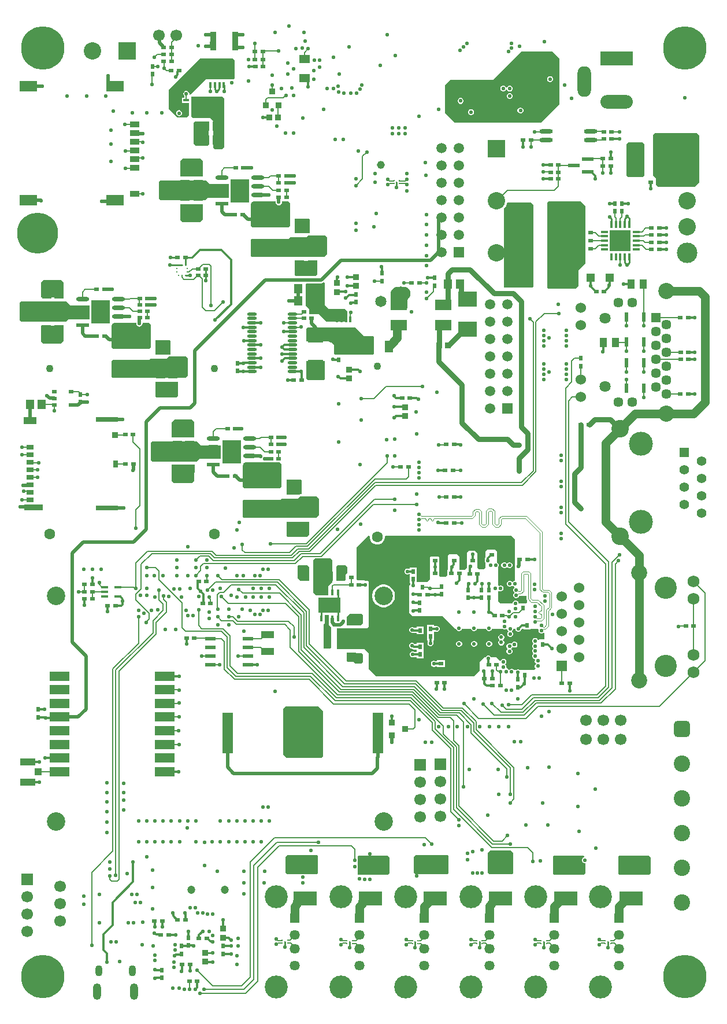
<source format=gbl>
G04*
G04 #@! TF.GenerationSoftware,Altium Limited,Altium Designer,24.0.1 (36)*
G04*
G04 Layer_Physical_Order=6*
G04 Layer_Color=16603738*
%FSLAX42Y42*%
%MOMM*%
G71*
G04*
G04 #@! TF.SameCoordinates,E1E02590-05F2-4693-A132-99C86EA4FF08*
G04*
G04*
G04 #@! TF.FilePolarity,Positive*
G04*
G01*
G75*
%ADD16C,0.15*%
%ADD23R,0.60X0.75*%
%ADD25R,0.85X0.95*%
%ADD26R,0.75X0.60*%
%ADD33R,0.95X0.85*%
%ADD34R,1.35X1.15*%
%ADD38R,0.81X0.36*%
%ADD39R,0.90X0.90*%
%ADD41R,0.90X0.90*%
%ADD42R,0.36X0.81*%
%ADD48R,1.65X1.20*%
%ADD52R,1.12X0.36*%
%ADD134C,0.25*%
%ADD135C,0.16*%
%ADD136C,0.14*%
%ADD137C,0.38*%
%ADD138C,0.76*%
%ADD139C,0.51*%
%ADD140C,0.16*%
%ADD141C,0.20*%
%ADD142C,1.27*%
%ADD143C,0.12*%
%ADD144C,1.70*%
%ADD145C,1.15*%
%ADD146C,1.65*%
%ADD147C,6.00*%
%ADD148C,1.73*%
%ADD149C,1.53*%
%ADD150C,1.45*%
%ADD151R,1.53X1.53*%
%ADD152R,1.45X1.45*%
%ADD153R,1.70X1.70*%
%ADD154C,1.50*%
%ADD155C,1.41*%
%ADD156R,1.41X1.41*%
%ADD157C,2.36*%
%ADD158C,2.57*%
%ADD159R,1.46X1.46*%
%ADD160O,4.75X2.00*%
%ADD161C,3.00*%
%ADD162C,2.54*%
%ADD163C,2.40*%
%ADD164R,2.54X2.54*%
%ADD165C,1.46*%
%ADD166C,1.20*%
%ADD167C,3.37*%
%ADD168O,2.00X4.50*%
%ADD169R,4.75X2.00*%
%ADD170R,1.50X1.50*%
%ADD171O,1.10X1.60*%
%ADD172O,1.20X2.40*%
G04:AMPARAMS|DCode=173|XSize=2.4mm|YSize=2.4mm|CornerRadius=0.6mm|HoleSize=0mm|Usage=FLASHONLY|Rotation=90.000|XOffset=0mm|YOffset=0mm|HoleType=Round|Shape=RoundedRectangle|*
%AMROUNDEDRECTD173*
21,1,2.40,1.20,0,0,90.0*
21,1,1.20,2.40,0,0,90.0*
1,1,1.20,0.60,0.60*
1,1,1.20,0.60,-0.60*
1,1,1.20,-0.60,-0.60*
1,1,1.20,-0.60,0.60*
%
%ADD173ROUNDEDRECTD173*%
%ADD174C,3.25*%
%ADD175C,2.70*%
%ADD176C,1.10*%
%ADD177C,1.60*%
%ADD178C,3.51*%
%ADD179C,1.63*%
%ADD180C,6.35*%
%ADD181C,0.56*%
%ADD184C,0.25*%
%ADD185R,1.35X0.90*%
%ADD186R,2.61X1.56*%
%ADD187R,0.25X0.28*%
%ADD188R,0.28X0.25*%
%ADD189R,2.74X2.16*%
%ADD190R,2.49X1.50*%
%ADD191R,3.51X2.07*%
%ADD192R,0.33X0.91*%
%ADD193R,0.80X2.70*%
%ADD194R,1.15X1.35*%
%ADD195O,1.40X0.45*%
%ADD196R,0.36X0.86*%
%ADD197R,1.27X1.78*%
%ADD198R,2.26X1.88*%
%ADD199R,3.00X1.40*%
%ADD200R,1.05X1.00*%
%ADD201R,0.55X1.40*%
G04:AMPARAMS|DCode=202|XSize=1.93mm|YSize=0.61mm|CornerRadius=0.31mm|HoleSize=0mm|Usage=FLASHONLY|Rotation=0.000|XOffset=0mm|YOffset=0mm|HoleType=Round|Shape=RoundedRectangle|*
%AMROUNDEDRECTD202*
21,1,1.93,0.00,0,0,0.0*
21,1,1.32,0.61,0,0,0.0*
1,1,0.61,0.66,0.00*
1,1,0.61,-0.66,0.00*
1,1,0.61,-0.66,0.00*
1,1,0.61,0.66,0.00*
%
%ADD202ROUNDEDRECTD202*%
%ADD203R,1.93X0.61*%
%ADD204R,5.10X2.35*%
%ADD205R,0.80X0.55*%
%ADD206R,1.10X0.70*%
%ADD207R,0.78X1.05*%
%ADD208R,0.93X0.90*%
%ADD209R,1.50X6.00*%
%ADD210R,1.14X1.47*%
%ADD211R,3.15X3.15*%
G04:AMPARAMS|DCode=212|XSize=1.05mm|YSize=0.34mm|CornerRadius=0.04mm|HoleSize=0mm|Usage=FLASHONLY|Rotation=270.000|XOffset=0mm|YOffset=0mm|HoleType=Round|Shape=RoundedRectangle|*
%AMROUNDEDRECTD212*
21,1,1.05,0.25,0,0,270.0*
21,1,0.97,0.34,0,0,270.0*
1,1,0.09,-0.13,-0.48*
1,1,0.09,-0.13,0.48*
1,1,0.09,0.13,0.48*
1,1,0.09,0.13,-0.48*
%
%ADD212ROUNDEDRECTD212*%
%ADD213R,1.20X1.20*%
%ADD214R,1.50X0.60*%
%ADD215O,1.95X0.65*%
G04:AMPARAMS|DCode=216|XSize=0.34mm|YSize=1.05mm|CornerRadius=0.04mm|HoleSize=0mm|Usage=FLASHONLY|Rotation=270.000|XOffset=0mm|YOffset=0mm|HoleType=Round|Shape=RoundedRectangle|*
%AMROUNDEDRECTD216*
21,1,0.34,0.97,0,0,270.0*
21,1,0.25,1.05,0,0,270.0*
1,1,0.09,-0.48,-0.13*
1,1,0.09,-0.48,0.13*
1,1,0.09,0.48,0.13*
1,1,0.09,0.48,-0.13*
%
%ADD216ROUNDEDRECTD216*%
%ADD217R,1.20X1.65*%
%ADD218R,2.70X5.60*%
%ADD219R,0.96X2.72*%
%ADD220R,1.70X0.60*%
%ADD221R,1.90X1.10*%
%ADD222R,2.71X3.35*%
%ADD223R,3.23X2.31*%
%ADD224R,2.20X1.05*%
%ADD225R,3.33X0.70*%
%ADD226R,2.80X0.86*%
%ADD227R,1.83X1.14*%
%ADD228R,5.00X5.00*%
%ADD229C,0.30*%
G36*
X2531Y9445D02*
Y9202D01*
X2493Y9164D01*
X1426D01*
X1413Y9176D01*
Y9412D01*
X1426Y9425D01*
X1965D01*
X1985Y9445D01*
X2220D01*
X2251Y9476D01*
X2500D01*
X2531Y9445D01*
D02*
G37*
G36*
X4534Y9148D02*
X4519Y9133D01*
X4286D01*
X4267Y9153D01*
Y9416D01*
X4534D01*
Y9148D01*
D02*
G37*
G36*
X2383Y9029D02*
Y8904D01*
X2358Y8879D01*
X2073D01*
X2056Y8896D01*
Y9104D01*
X2383D01*
Y9029D01*
D02*
G37*
G36*
X2625Y8522D02*
Y8295D01*
X2294D01*
Y8313D01*
Y8518D01*
X2332Y8556D01*
X2591D01*
X2625Y8522D01*
D02*
G37*
G36*
X2725Y8178D02*
X3006D01*
X3013Y8172D01*
Y7989D01*
X3001Y7977D01*
X2695D01*
X2660Y7942D01*
X2009D01*
X1987Y7965D01*
Y8219D01*
X2003Y8235D01*
X2668D01*
X2725Y8178D01*
D02*
G37*
G36*
X2626Y7864D02*
Y7660D01*
X2588Y7622D01*
X2329D01*
X2296Y7655D01*
Y7894D01*
X2626D01*
Y7864D01*
D02*
G37*
G36*
X3904Y7901D02*
Y7571D01*
X3879Y7546D01*
X3358D01*
X3333Y7571D01*
Y7890D01*
X3358Y7915D01*
X3371Y7927D01*
X3879D01*
X3904Y7901D01*
D02*
G37*
G36*
X4196Y7664D02*
Y7462D01*
X4171D01*
X4162Y7460D01*
X3976D01*
Y7673D01*
X4188D01*
X4196Y7664D01*
D02*
G37*
G36*
X4450Y7400D02*
Y7157D01*
X4412Y7119D01*
X3345D01*
X3333Y7132D01*
Y7368D01*
X3345Y7380D01*
X3884D01*
X3904Y7400D01*
X4140D01*
X4171Y7431D01*
X4420D01*
X4450Y7400D01*
D02*
G37*
G36*
X4303Y6984D02*
Y6860D01*
X4277Y6834D01*
X3993D01*
X3976Y6852D01*
Y7059D01*
X4303D01*
Y6984D01*
D02*
G37*
G36*
X7322Y6808D02*
Y6407D01*
X7322Y6407D01*
Y6406D01*
X7322Y6406D01*
Y6195D01*
X7313D01*
X7297Y6188D01*
X7292Y6183D01*
X7284Y6177D01*
X7275Y6183D01*
X7270Y6188D01*
X7254Y6195D01*
X7237D01*
X7221Y6188D01*
X7209Y6176D01*
X7202Y6160D01*
Y6143D01*
X7209Y6127D01*
X7221Y6115D01*
X7237Y6108D01*
X7254D01*
X7270Y6115D01*
X7275Y6120D01*
X7284Y6126D01*
X7292Y6120D01*
X7297Y6115D01*
X7310Y6110D01*
X7311Y6108D01*
X7313Y6100D01*
X7313Y6096D01*
X7304Y6087D01*
X7297Y6071D01*
Y6054D01*
X7304Y6038D01*
X7309Y6032D01*
X7315Y6024D01*
X7309Y6016D01*
X7304Y6011D01*
X7297Y5995D01*
Y5978D01*
X7304Y5962D01*
X7316Y5949D01*
X7332Y5943D01*
X7349D01*
X7365Y5949D01*
X7377Y5962D01*
X7382Y5974D01*
X7491D01*
Y5928D01*
X7493Y5917D01*
X7497Y5912D01*
Y5877D01*
X7483Y5862D01*
X7376D01*
Y5871D01*
X7369Y5887D01*
X7357Y5899D01*
X7341Y5905D01*
X7324D01*
X7308Y5899D01*
X7296Y5887D01*
X7290Y5871D01*
Y5862D01*
X7112D01*
X7076Y5898D01*
Y6041D01*
X7089Y6046D01*
X7103Y6040D01*
X7120D01*
X7136Y6047D01*
X7148Y6059D01*
X7155Y6075D01*
Y6092D01*
X7148Y6108D01*
X7136Y6120D01*
X7120Y6126D01*
X7103D01*
X7089Y6121D01*
X7076Y6125D01*
Y6395D01*
X7078Y6397D01*
X7085Y6412D01*
Y6430D01*
X7078Y6446D01*
X7066Y6458D01*
X7058Y6461D01*
Y6625D01*
X7033Y6650D01*
X6911D01*
X6888Y6627D01*
Y6541D01*
X6888Y6540D01*
X6885Y6525D01*
Y6514D01*
X6878Y6498D01*
Y6481D01*
X6885Y6465D01*
X6888Y6462D01*
Y6386D01*
X6868Y6365D01*
X6794D01*
X6775Y6384D01*
Y6598D01*
X6736Y6637D01*
X6652D01*
X6622Y6607D01*
Y6403D01*
X6620Y6390D01*
Y6389D01*
X6589Y6358D01*
X6520D01*
X6510Y6368D01*
Y6551D01*
X6476Y6585D01*
X6355D01*
X6335Y6565D01*
Y6352D01*
X6334D01*
Y6276D01*
X6312Y6254D01*
X6230D01*
X6213Y6271D01*
Y6444D01*
X6213D01*
Y6545D01*
X6211D01*
X6202Y6553D01*
X6086D01*
X6074Y6541D01*
Y6216D01*
X6037Y6179D01*
X5881D01*
Y6275D01*
Y6390D01*
X5781D01*
Y6373D01*
X5763D01*
X5756Y6375D01*
X5739D01*
X5723Y6369D01*
X5711Y6357D01*
X5705Y6341D01*
Y6324D01*
X5711Y6308D01*
X5723Y6296D01*
X5739Y6289D01*
X5756D01*
X5764Y6292D01*
X5781D01*
Y6160D01*
X5792D01*
Y6140D01*
X5773Y6120D01*
Y5725D01*
X5819Y5679D01*
X6261D01*
X6447Y5494D01*
X6461D01*
X6467Y5480D01*
X6479Y5468D01*
X6495Y5461D01*
X6512D01*
X6528Y5468D01*
X6540Y5480D01*
X6546Y5494D01*
X6681D01*
X6687Y5480D01*
X6699Y5468D01*
X6715Y5461D01*
X6732D01*
X6748Y5468D01*
X6760Y5480D01*
X6766Y5494D01*
X6901D01*
X6907Y5480D01*
X6919Y5468D01*
X6935Y5461D01*
X6952D01*
X6968Y5468D01*
X6980Y5480D01*
X6986Y5494D01*
X7144D01*
X7148Y5490D01*
X7164Y5483D01*
X7181D01*
X7194Y5489D01*
X7202Y5486D01*
X7208Y5483D01*
X7213Y5469D01*
X7219Y5464D01*
X7224Y5455D01*
X7219Y5447D01*
X7213Y5442D01*
X7207Y5426D01*
Y5409D01*
X7213Y5393D01*
X7225Y5381D01*
X7241Y5374D01*
X7259D01*
X7274Y5381D01*
X7287Y5393D01*
X7293Y5409D01*
Y5426D01*
X7287Y5442D01*
X7281Y5447D01*
X7275Y5455D01*
X7281Y5464D01*
X7287Y5469D01*
X7293Y5485D01*
Y5494D01*
X7327D01*
Y5485D01*
X7333Y5469D01*
X7346Y5457D01*
X7361Y5450D01*
X7379D01*
X7394Y5457D01*
X7407Y5469D01*
X7409Y5475D01*
X7428Y5494D01*
X7450D01*
Y5483D01*
X7550D01*
Y5494D01*
X7660D01*
X7668Y5481D01*
X7665Y5475D01*
Y5457D01*
X7672Y5442D01*
X7684Y5429D01*
X7700Y5423D01*
X7717D01*
X7733Y5429D01*
X7741Y5438D01*
X7754Y5432D01*
Y5337D01*
X7681D01*
X7673Y5328D01*
X7658Y5332D01*
X7654Y5342D01*
X7642Y5354D01*
X7626Y5360D01*
X7609D01*
X7593Y5354D01*
X7581Y5342D01*
X7575Y5326D01*
Y5309D01*
X7581Y5293D01*
X7587Y5287D01*
X7592Y5279D01*
X7587Y5271D01*
X7581Y5266D01*
X7575Y5250D01*
Y5233D01*
X7581Y5217D01*
X7585Y5212D01*
X7593Y5204D01*
X7585Y5196D01*
X7581Y5192D01*
X7575Y5176D01*
Y5159D01*
X7581Y5143D01*
X7587Y5137D01*
X7592Y5129D01*
X7587Y5121D01*
X7581Y5116D01*
X7575Y5100D01*
Y5083D01*
X7581Y5067D01*
X7593Y5054D01*
X7609Y5048D01*
X7615Y5035D01*
X7613Y5030D01*
Y5013D01*
X7620Y4997D01*
X7625Y4992D01*
X7631Y4984D01*
X7625Y4976D01*
X7620Y4970D01*
X7613Y4954D01*
Y4937D01*
X7620Y4921D01*
X7626Y4915D01*
X7603Y4892D01*
X7388D01*
X7376Y4898D01*
X7359D01*
X7346Y4892D01*
X7310D01*
X7299Y4903D01*
X7283Y4910D01*
X7266D01*
X7250Y4903D01*
X7239Y4892D01*
X7236D01*
X7198Y4930D01*
Y4944D01*
X7192Y4960D01*
X7186Y4965D01*
X7180Y4974D01*
X7186Y4982D01*
X7192Y4987D01*
X7198Y5003D01*
Y5020D01*
X7192Y5036D01*
X7179Y5048D01*
X7164Y5055D01*
X7146D01*
X7131Y5048D01*
X7118Y5036D01*
X7116Y5030D01*
X7101Y5027D01*
X7048Y5080D01*
X6969D01*
X6968Y5082D01*
X6956Y5094D01*
X6940Y5100D01*
X6923D01*
X6907Y5094D01*
X6895Y5082D01*
X6894Y5080D01*
X6878D01*
X6807Y5009D01*
Y4879D01*
X6728Y4801D01*
X5286D01*
X5179Y4907D01*
Y5138D01*
X5123Y5194D01*
X4724D01*
X4711Y5207D01*
Y5270D01*
Y5499D01*
X4719D01*
X4724Y5504D01*
X5164D01*
X5181Y5522D01*
Y6177D01*
X5167Y6192D01*
X5131D01*
X5117Y6205D01*
X5014D01*
X5000Y6219D01*
Y6689D01*
X5169Y6859D01*
X5189D01*
X5195Y6850D01*
Y6821D01*
X5203Y6793D01*
X5217Y6768D01*
X5238Y6747D01*
X5263Y6733D01*
X5291Y6725D01*
X5320D01*
X5348Y6733D01*
X5374Y6747D01*
X5394Y6768D01*
X5409Y6793D01*
X5416Y6821D01*
Y6850D01*
X5423Y6859D01*
X7271D01*
X7322Y6808D01*
D02*
G37*
G36*
X4647Y6502D02*
Y6179D01*
X4583Y6116D01*
Y5982D01*
X4582Y5982D01*
X4407D01*
X4369Y6019D01*
Y6502D01*
X4392Y6525D01*
X4489D01*
X4489Y6525D01*
X4499Y6527D01*
X4500Y6528D01*
X4621D01*
X4647Y6502D01*
D02*
G37*
G36*
X4309Y6397D02*
Y6193D01*
X4183D01*
X4140Y6236D01*
X4140Y6413D01*
X4153Y6426D01*
X4280D01*
X4309Y6397D01*
D02*
G37*
G36*
X4864Y6401D02*
Y6312D01*
X4838Y6286D01*
Y6206D01*
X4824Y6192D01*
X4709D01*
Y6408D01*
X4727Y6426D01*
X4838D01*
X4864Y6401D01*
D02*
G37*
G36*
X5093Y5697D02*
Y5570D01*
X5064Y5541D01*
X4860D01*
Y5667D01*
X4903Y5710D01*
X5081Y5710D01*
X5093Y5697D01*
D02*
G37*
G36*
X4595Y5555D02*
X4630Y5519D01*
Y5222D01*
X4608Y5200D01*
X4528D01*
X4521Y5207D01*
Y5560D01*
X4534Y5573D01*
Y5693D01*
X4595D01*
Y5555D01*
D02*
G37*
G36*
X5095Y5122D02*
Y5010D01*
X5070Y4985D01*
X4981D01*
X4955Y5010D01*
X4875D01*
X4861Y5025D01*
Y5140D01*
X5077D01*
X5095Y5122D01*
D02*
G37*
G36*
X4508Y4293D02*
Y3632D01*
X4483Y3607D01*
X3975D01*
X3924Y3658D01*
Y4318D01*
X3962Y4356D01*
X4445D01*
X4508Y4293D01*
D02*
G37*
G36*
X4432Y2172D02*
Y1916D01*
X4421Y1906D01*
X3987D01*
X3962Y1931D01*
Y2160D01*
X3987Y2185D01*
X4419D01*
X4432Y2172D01*
D02*
G37*
G36*
X7300Y2212D02*
Y1916D01*
X7289Y1906D01*
X6946Y1906D01*
X6921Y1930D01*
Y2210D01*
X6959Y2248D01*
X7264D01*
X7300Y2212D01*
D02*
G37*
G36*
X6344Y2172D02*
Y1916D01*
X6333Y1906D01*
X5867Y1906D01*
X5842Y1930D01*
Y2159D01*
X5868Y2185D01*
X6331D01*
X6344Y2172D01*
D02*
G37*
G36*
X9309Y2146D02*
Y1918D01*
X9283Y1892D01*
X8852D01*
X8839Y1905D01*
Y2161D01*
X8850Y2172D01*
X9283D01*
X9309Y2146D01*
D02*
G37*
G36*
X8337Y2162D02*
X8333Y2148D01*
X8324Y2144D01*
X8311Y2132D01*
X8305Y2116D01*
Y2099D01*
X8311Y2083D01*
X8324Y2071D01*
X8340Y2064D01*
X8353D01*
Y1918D01*
X8327Y1892D01*
X7896D01*
X7883Y1905D01*
Y2161D01*
X7894Y2172D01*
X8327D01*
X8337Y2162D01*
D02*
G37*
G36*
X5485Y2146D02*
Y1918D01*
X5459Y1892D01*
X5028D01*
X5015Y1905D01*
Y2098D01*
X5016Y2099D01*
Y2117D01*
X5015Y2118D01*
Y2161D01*
X5026Y2172D01*
X5459D01*
X5485Y2146D01*
D02*
G37*
G36*
X705Y10567D02*
Y10340D01*
X375D01*
Y10358D01*
Y10562D01*
X413Y10600D01*
X672D01*
X705Y10567D01*
D02*
G37*
G36*
X806Y10223D02*
X1087D01*
X1093Y10216D01*
Y10034D01*
X1081Y10022D01*
X775D01*
X740Y9986D01*
X89D01*
X67Y10009D01*
Y10263D01*
X84Y10280D01*
X749D01*
X806Y10223D01*
D02*
G37*
G36*
X1985Y9946D02*
Y9615D01*
X1959Y9590D01*
X1438D01*
X1413Y9615D01*
Y9934D01*
X1438Y9960D01*
X1451Y9971D01*
X1774D01*
Y9960D01*
X1777Y9942D01*
X1787Y9927D01*
X1803Y9917D01*
X1820Y9913D01*
X1838Y9917D01*
X1853Y9927D01*
X1863Y9942D01*
X1867Y9960D01*
Y9971D01*
X1959D01*
X1985Y9946D01*
D02*
G37*
G36*
X707Y9909D02*
Y9704D01*
X669Y9666D01*
X410D01*
X376Y9700D01*
Y9926D01*
X707D01*
Y9909D01*
D02*
G37*
G36*
X2277Y9709D02*
Y9507D01*
X2251D01*
X2242Y9505D01*
X2056D01*
Y9717D01*
X2268D01*
X2277Y9709D01*
D02*
G37*
G36*
X2748Y11685D02*
Y11481D01*
X2710Y11443D01*
X2451D01*
X2417Y11476D01*
Y11703D01*
X2748D01*
Y11685D01*
D02*
G37*
G36*
X2847Y11999D02*
X3128D01*
X3134Y11993D01*
Y11810D01*
X3122Y11798D01*
X2816D01*
X2781Y11763D01*
X2131D01*
X2108Y11786D01*
Y12040D01*
X2125Y12056D01*
X2790D01*
X2847Y11999D01*
D02*
G37*
G36*
X3213Y13818D02*
Y13551D01*
X3200Y13538D01*
X3093D01*
Y13536D01*
X2824D01*
Y13538D01*
X2798D01*
X2575Y13315D01*
X2566Y13313D01*
X2561Y13310D01*
X2550Y13317D01*
X2551Y13322D01*
X2547Y13339D01*
X2538Y13353D01*
X2524Y13363D01*
X2507Y13366D01*
X2490Y13363D01*
X2476Y13353D01*
X2466Y13339D01*
X2463Y13322D01*
X2466Y13305D01*
X2476Y13291D01*
X2478Y13290D01*
Y13267D01*
X2446D01*
Y13191D01*
X2547D01*
Y13012D01*
X2514Y12979D01*
X2375D01*
X2248Y13106D01*
Y13383D01*
X2707Y13843D01*
X3187Y13843D01*
X3213Y13818D01*
D02*
G37*
G36*
X2838Y12581D02*
X2818Y12560D01*
X2651D01*
X2616Y12595D01*
Y12903D01*
X2632Y12919D01*
X2838D01*
Y12581D01*
D02*
G37*
G36*
X3060Y13259D02*
Y12544D01*
X3026Y12509D01*
X2924D01*
X2898Y12535D01*
Y12926D01*
X2857Y12967D01*
X2603D01*
X2578Y12992D01*
Y13284D01*
X3035D01*
X3060Y13259D01*
D02*
G37*
G36*
X2746Y12343D02*
Y12116D01*
X2416D01*
Y12134D01*
Y12338D01*
X2454Y12377D01*
X2713D01*
X2746Y12343D01*
D02*
G37*
G36*
X7975Y13843D02*
Y13170D01*
X7709Y12903D01*
X6439D01*
X6299Y13043D01*
Y13449D01*
X6375Y13525D01*
X6997D01*
X7417Y13945D01*
X7874D01*
X7975Y13843D01*
D02*
G37*
G36*
X9220Y12586D02*
Y12128D01*
X9195Y12103D01*
X8979D01*
X8953Y12128D01*
Y12586D01*
X8979Y12611D01*
X9195D01*
X9220Y12586D01*
D02*
G37*
G36*
X10020Y12713D02*
Y12031D01*
X9952Y11963D01*
X9421D01*
X9390Y11994D01*
Y12086D01*
X9347Y12128D01*
Y12725D01*
X9372Y12751D01*
X9982D01*
X10020Y12713D01*
D02*
G37*
G36*
X4026Y11722D02*
Y11392D01*
X4000Y11366D01*
X3480D01*
X3454Y11392D01*
Y11711D01*
X3480Y11736D01*
X3492Y11747D01*
X3815D01*
Y11736D01*
X3818Y11718D01*
X3829Y11703D01*
X3844Y11693D01*
X3862Y11690D01*
X3879Y11693D01*
X3894Y11703D01*
X3905Y11718D01*
X3908Y11736D01*
Y11747D01*
X4000D01*
X4026Y11722D01*
D02*
G37*
G36*
X4318Y11485D02*
Y11283D01*
X4292D01*
X4283Y11281D01*
X4097D01*
Y11493D01*
X4309D01*
X4318Y11485D01*
D02*
G37*
G36*
X4572Y11221D02*
Y10978D01*
X4534Y10940D01*
X3467D01*
X3454Y10953D01*
Y11189D01*
X3467Y11201D01*
X4006D01*
X4026Y11221D01*
X4262D01*
X4292Y11252D01*
X4541D01*
X4572Y11221D01*
D02*
G37*
G36*
X4424Y10805D02*
Y10681D01*
X4399Y10655D01*
X4115D01*
X4097Y10673D01*
Y10880D01*
X4424D01*
Y10805D01*
D02*
G37*
G36*
X7594Y11696D02*
Y10503D01*
X7575Y10484D01*
X7164D01*
Y11643D01*
X7177Y11655D01*
X7194Y11681D01*
X7206Y11709D01*
X7211Y11735D01*
X7556D01*
X7594Y11696D01*
D02*
G37*
G36*
X8350Y11680D02*
Y10840D01*
X8255Y10744D01*
Y10514D01*
X8212Y10471D01*
X7816D01*
X7798Y10490D01*
Y11729D01*
X7816Y11747D01*
X8283D01*
X8350Y11680D01*
D02*
G37*
G36*
X4534Y10554D02*
Y10236D01*
X4597Y10173D01*
X4832D01*
X4863Y10142D01*
Y9990D01*
X4562D01*
X4452Y10099D01*
X4306D01*
Y10171D01*
X4260Y10218D01*
Y10541D01*
X4270Y10550D01*
X4488D01*
X4503Y10553D01*
X4506Y10554D01*
X4521Y10564D01*
X4522Y10565D01*
X4534Y10554D01*
D02*
G37*
G36*
X5108Y9776D02*
X5246D01*
X5255Y9768D01*
Y9526D01*
X5238Y9509D01*
X4689D01*
X4673Y9525D01*
Y9652D01*
X4639Y9686D01*
X4611D01*
X4610Y9689D01*
X4606Y9695D01*
X4599Y9700D01*
X4591Y9702D01*
X4267D01*
Y9890D01*
X4286Y9906D01*
X4978D01*
X5108Y9776D01*
D02*
G37*
%LPC*%
G36*
X7250Y6467D02*
X7233D01*
X7217Y6460D01*
X7212Y6455D01*
X7204Y6449D01*
X7195Y6455D01*
X7190Y6460D01*
X7174Y6467D01*
X7157D01*
X7141Y6460D01*
X7129Y6448D01*
X7122Y6432D01*
Y6415D01*
X7129Y6399D01*
X7141Y6387D01*
X7157Y6380D01*
X7174D01*
X7190Y6387D01*
X7195Y6392D01*
X7204Y6398D01*
X7212Y6392D01*
X7217Y6387D01*
X7233Y6380D01*
X7250D01*
X7266Y6387D01*
X7278Y6399D01*
X7285Y6415D01*
Y6432D01*
X7278Y6448D01*
X7266Y6460D01*
X7250Y6467D01*
D02*
G37*
G36*
X5413Y6140D02*
X5381D01*
X5349Y6133D01*
X5319Y6121D01*
X5291Y6103D01*
X5268Y6080D01*
X5250Y6053D01*
X5238Y6022D01*
X5231Y5990D01*
Y5958D01*
X5238Y5926D01*
X5250Y5896D01*
X5268Y5869D01*
X5291Y5846D01*
X5319Y5828D01*
X5349Y5815D01*
X5381Y5809D01*
X5413D01*
X5445Y5815D01*
X5475Y5828D01*
X5502Y5846D01*
X5526Y5869D01*
X5544Y5896D01*
X5556Y5926D01*
X5562Y5958D01*
Y5990D01*
X5556Y6022D01*
X5544Y6053D01*
X5526Y6080D01*
X5502Y6103D01*
X5475Y6121D01*
X5445Y6133D01*
X5413Y6140D01*
D02*
G37*
G36*
X5983Y5528D02*
X5883D01*
Y5510D01*
X5843D01*
X5827Y5517D01*
X5810D01*
X5794Y5510D01*
X5782Y5498D01*
X5775Y5482D01*
Y5465D01*
X5782Y5449D01*
X5794Y5437D01*
X5810Y5430D01*
X5820D01*
X5822Y5430D01*
X5883D01*
Y5412D01*
X5983D01*
Y5528D01*
D02*
G37*
G36*
X6136Y5551D02*
X6035D01*
Y5435D01*
Y5320D01*
X6044D01*
Y5302D01*
X6040Y5292D01*
Y5275D01*
X6046Y5259D01*
X6059Y5247D01*
X6074Y5240D01*
X6092D01*
X6108Y5247D01*
X6120Y5259D01*
X6126Y5275D01*
Y5292D01*
X6124Y5296D01*
Y5320D01*
X6136D01*
Y5453D01*
X6159D01*
X6166Y5450D01*
X6183D01*
X6199Y5456D01*
X6211Y5468D01*
X6218Y5484D01*
Y5501D01*
X6211Y5517D01*
X6199Y5529D01*
X6183Y5536D01*
X6166D01*
X6159Y5533D01*
X6136D01*
Y5551D01*
D02*
G37*
G36*
X7324Y5303D02*
X7306D01*
X7291Y5297D01*
X7278Y5285D01*
X7277Y5281D01*
X7265Y5275D01*
X7262Y5276D01*
X7249Y5281D01*
X7232D01*
X7216Y5275D01*
X7204Y5262D01*
X7197Y5247D01*
Y5229D01*
X7204Y5213D01*
X7209Y5208D01*
X7215Y5200D01*
X7209Y5192D01*
X7204Y5186D01*
X7197Y5170D01*
Y5153D01*
X7204Y5137D01*
X7216Y5125D01*
X7232Y5119D01*
X7249D01*
X7265Y5125D01*
X7277Y5137D01*
X7284Y5153D01*
Y5170D01*
X7277Y5186D01*
X7272Y5192D01*
X7266Y5200D01*
X7272Y5208D01*
X7277Y5213D01*
X7279Y5217D01*
X7291Y5224D01*
X7294Y5222D01*
X7306Y5217D01*
X7324D01*
X7339Y5224D01*
X7352Y5236D01*
X7358Y5252D01*
Y5269D01*
X7352Y5285D01*
X7339Y5297D01*
X7324Y5303D01*
D02*
G37*
G36*
X5982Y5288D02*
X5882D01*
Y5271D01*
X5852D01*
X5850Y5273D01*
X5848Y5274D01*
X5841Y5282D01*
X5825Y5288D01*
X5808D01*
X5792Y5282D01*
X5780Y5270D01*
X5773Y5254D01*
Y5236D01*
X5780Y5221D01*
X5792Y5208D01*
X5808Y5202D01*
X5820Y5194D01*
X5836Y5190D01*
X5882D01*
Y5156D01*
X5844D01*
X5831Y5161D01*
X5813D01*
X5797Y5155D01*
X5785Y5143D01*
X5779Y5127D01*
Y5109D01*
X5785Y5094D01*
X5797Y5081D01*
X5813Y5075D01*
X5831D01*
X5832Y5075D01*
X5882D01*
Y5058D01*
X5982D01*
Y5173D01*
Y5288D01*
D02*
G37*
G36*
X7131Y5413D02*
X7113D01*
X7097Y5406D01*
X7085Y5394D01*
X7079Y5378D01*
Y5361D01*
X7085Y5345D01*
X7091Y5340D01*
X7096Y5331D01*
X7091Y5323D01*
X7085Y5318D01*
X7079Y5302D01*
Y5285D01*
X7085Y5269D01*
X7097Y5257D01*
X7113Y5250D01*
X7131D01*
X7146Y5257D01*
X7159Y5269D01*
X7165Y5285D01*
Y5302D01*
X7159Y5318D01*
X7153Y5323D01*
X7147Y5331D01*
X7153Y5340D01*
X7159Y5345D01*
X7165Y5361D01*
Y5378D01*
X7159Y5394D01*
X7146Y5406D01*
X7131Y5413D01*
D02*
G37*
G36*
X6952Y5316D02*
X6935D01*
X6919Y5309D01*
X6907Y5297D01*
X6900Y5281D01*
Y5264D01*
X6907Y5248D01*
X6919Y5236D01*
X6935Y5230D01*
X6952D01*
X6968Y5236D01*
X6980Y5248D01*
X6987Y5264D01*
Y5281D01*
X6980Y5297D01*
X6968Y5309D01*
X6952Y5316D01*
D02*
G37*
G36*
X6732D02*
X6715D01*
X6699Y5309D01*
X6687Y5297D01*
X6680Y5281D01*
Y5264D01*
X6687Y5248D01*
X6699Y5236D01*
X6715Y5230D01*
X6732D01*
X6748Y5236D01*
X6760Y5248D01*
X6767Y5264D01*
Y5281D01*
X6760Y5297D01*
X6748Y5309D01*
X6732Y5316D01*
D02*
G37*
G36*
X6512D02*
X6495D01*
X6479Y5309D01*
X6467Y5297D01*
X6460Y5281D01*
Y5264D01*
X6467Y5248D01*
X6479Y5236D01*
X6495Y5230D01*
X6512D01*
X6528Y5236D01*
X6540Y5248D01*
X6547Y5264D01*
Y5281D01*
X6540Y5297D01*
X6528Y5309D01*
X6512Y5316D01*
D02*
G37*
G36*
X6297Y5031D02*
X6181D01*
Y5021D01*
X6150D01*
X6142Y5024D01*
X6125D01*
X6109Y5017D01*
X6097Y5005D01*
X6091Y4989D01*
Y4972D01*
X6097Y4956D01*
X6109Y4944D01*
X6125Y4937D01*
X6142D01*
X6150Y4940D01*
X6181D01*
Y4930D01*
X6297D01*
Y5031D01*
D02*
G37*
G36*
X2400Y13084D02*
X2383Y13080D01*
X2369Y13071D01*
X2359Y13056D01*
X2356Y13039D01*
X2359Y13023D01*
X2369Y13008D01*
X2383Y12999D01*
X2400Y12995D01*
X2417Y12999D01*
X2431Y13008D01*
X2441Y13023D01*
X2444Y13039D01*
X2441Y13056D01*
X2431Y13071D01*
X2417Y13080D01*
X2400Y13084D01*
D02*
G37*
G36*
X7844Y13581D02*
X7827D01*
X7811Y13575D01*
X7799Y13563D01*
X7792Y13547D01*
Y13530D01*
X7799Y13514D01*
X7811Y13502D01*
X7827Y13495D01*
X7844D01*
X7860Y13502D01*
X7872Y13514D01*
X7879Y13530D01*
Y13547D01*
X7872Y13563D01*
X7860Y13575D01*
X7844Y13581D01*
D02*
G37*
G36*
X7158Y13442D02*
X7141D01*
X7125Y13435D01*
X7113Y13423D01*
X7107Y13407D01*
Y13390D01*
X7113Y13374D01*
X7125Y13362D01*
X7141Y13355D01*
X7158D01*
X7174Y13362D01*
X7186Y13374D01*
X7192Y13387D01*
X7192Y13387D01*
X7205Y13386D01*
X7210Y13373D01*
X7222Y13361D01*
X7238Y13354D01*
X7255D01*
X7271Y13361D01*
X7283Y13373D01*
X7290Y13389D01*
Y13406D01*
X7283Y13422D01*
X7271Y13434D01*
X7255Y13441D01*
X7238D01*
X7222Y13434D01*
X7210Y13422D01*
X7205Y13409D01*
X7205Y13409D01*
X7192Y13410D01*
X7186Y13423D01*
X7174Y13435D01*
X7158Y13442D01*
D02*
G37*
G36*
X7255Y13332D02*
X7238D01*
X7222Y13326D01*
X7210Y13313D01*
X7204Y13298D01*
Y13280D01*
X7210Y13264D01*
X7222Y13252D01*
X7238Y13246D01*
X7255D01*
X7271Y13252D01*
X7283Y13264D01*
X7290Y13280D01*
Y13298D01*
X7283Y13313D01*
X7271Y13326D01*
X7255Y13332D01*
D02*
G37*
G36*
X6534Y13262D02*
X6517D01*
X6501Y13255D01*
X6489Y13243D01*
X6482Y13227D01*
Y13210D01*
X6489Y13194D01*
X6501Y13182D01*
X6517Y13175D01*
X6534D01*
X6550Y13182D01*
X6562Y13194D01*
X6569Y13210D01*
Y13227D01*
X6562Y13243D01*
X6550Y13255D01*
X6534Y13262D01*
D02*
G37*
G36*
X7411Y13121D02*
X7394D01*
X7378Y13114D01*
X7366Y13102D01*
X7359Y13086D01*
Y13069D01*
X7366Y13053D01*
X7378Y13041D01*
X7394Y13034D01*
X7411D01*
X7427Y13041D01*
X7439Y13053D01*
X7445Y13069D01*
Y13086D01*
X7439Y13102D01*
X7427Y13114D01*
X7411Y13121D01*
D02*
G37*
G36*
X6689Y13099D02*
X6671D01*
X6656Y13092D01*
X6643Y13080D01*
X6637Y13064D01*
Y13047D01*
X6643Y13031D01*
X6656Y13019D01*
X6671Y13012D01*
X6689D01*
X6704Y13019D01*
X6717Y13031D01*
X6723Y13047D01*
Y13064D01*
X6717Y13080D01*
X6704Y13092D01*
X6689Y13099D01*
D02*
G37*
%LPD*%
D16*
X2921Y10147D02*
X3048Y10274D01*
X2789Y10147D02*
X2921D01*
X2739Y10196D02*
X2789Y10147D01*
X2739Y10196D02*
Y10616D01*
X2688Y10669D02*
X2710Y10647D01*
Y10645D02*
X2739Y10616D01*
X2710Y10645D02*
Y10647D01*
X2673Y10669D02*
X2688D01*
X2870Y10223D02*
Y10800D01*
X2843Y10827D02*
X2870Y10800D01*
X2751Y10827D02*
X2843D01*
X2710Y10786D02*
X2751Y10827D01*
X2710Y10784D02*
Y10786D01*
X2688Y10761D02*
X2710Y10784D01*
X2595Y10761D02*
X2688D01*
X2612Y10609D02*
X2673Y10669D01*
X2517Y10716D02*
X2550D01*
X2595Y10761D01*
X2441Y10637D02*
X2468Y10609D01*
X2441Y10637D02*
Y10665D01*
X2468Y10609D02*
X2612D01*
D23*
X7365Y4754D02*
D03*
Y4639D02*
D03*
X5371Y10695D02*
D03*
Y10580D02*
D03*
X3046Y850D02*
D03*
Y735D02*
D03*
X7443Y5799D02*
D03*
Y5914D02*
D03*
X8287Y9339D02*
D03*
X6250Y6111D02*
D03*
X5965Y6101D02*
D03*
X8287Y9454D02*
D03*
X6834Y6060D02*
D03*
X4736Y9547D02*
D03*
X7469Y4930D02*
D03*
X5933Y5355D02*
D03*
X7500Y5426D02*
D03*
X7724Y5375D02*
D03*
X5965Y6216D02*
D03*
X332Y4199D02*
D03*
X954Y8924D02*
D03*
X6148Y10514D02*
D03*
X2144Y499D02*
D03*
X2440Y737D02*
D03*
X2535Y973D02*
D03*
X8890Y11717D02*
D03*
X2009Y13725D02*
D03*
X8890Y11602D02*
D03*
X8785D02*
D03*
Y11717D02*
D03*
X4736Y9432D02*
D03*
X2009Y13610D02*
D03*
X4991Y10389D02*
D03*
X2144Y384D02*
D03*
X2440Y852D02*
D03*
X2535Y858D02*
D03*
X332Y4314D02*
D03*
X7469Y4815D02*
D03*
X5933Y5470D02*
D03*
X5932Y5116D02*
D03*
X6085Y5493D02*
D03*
X5921Y5760D02*
D03*
X5831Y6332D02*
D03*
X6834Y5945D02*
D03*
X6941D02*
D03*
X6637Y5945D02*
D03*
X7500Y5541D02*
D03*
X7724Y5260D02*
D03*
X6148Y10629D02*
D03*
X6250Y5996D02*
D03*
X3253Y9382D02*
D03*
X4991Y10274D02*
D03*
X954Y8809D02*
D03*
X5932Y5231D02*
D03*
X6085Y5378D02*
D03*
X5921Y5875D02*
D03*
X5831Y6217D02*
D03*
X6941Y6060D02*
D03*
X6637Y6060D02*
D03*
X3253Y9267D02*
D03*
D25*
X6339Y9639D02*
D03*
X6208Y9640D02*
D03*
X3851Y12980D02*
D03*
X3720D02*
D03*
D26*
X2292Y13794D02*
D03*
X2177D02*
D03*
X2292Y13898D02*
D03*
X2177D02*
D03*
X2287Y13660D02*
D03*
X2402D02*
D03*
X2177Y14003D02*
D03*
X2292D02*
D03*
X2680Y10669D02*
D03*
X2795D02*
D03*
Y10761D02*
D03*
X2680D02*
D03*
X2377Y10926D02*
D03*
X2492D02*
D03*
X2747Y5866D02*
D03*
X2862D02*
D03*
X2687Y6183D02*
D03*
X2802D02*
D03*
X6775Y6300D02*
D03*
X6660D02*
D03*
X7023Y5689D02*
D03*
X7138D02*
D03*
X9939Y5530D02*
D03*
X4923Y6247D02*
D03*
Y6133D02*
D03*
X8007Y4699D02*
D03*
X6428Y7042D02*
D03*
X6315Y7424D02*
D03*
X6413Y7808D02*
D03*
X9750Y9438D02*
D03*
X9746Y10050D02*
D03*
X9750Y9539D02*
D03*
X9744Y8930D02*
D03*
X6315Y8190D02*
D03*
X7051Y4969D02*
D03*
X7106Y4658D02*
D03*
X9824Y5530D02*
D03*
X4229Y10129D02*
D03*
X4230Y10035D02*
D03*
X4344Y10129D02*
D03*
X4345Y10035D02*
D03*
X6354Y4981D02*
D03*
X6819Y6494D02*
D03*
X6547D02*
D03*
X6270D02*
D03*
X6267Y6302D02*
D03*
X7096Y6573D02*
D03*
X5038Y6247D02*
D03*
X8287Y8481D02*
D03*
X8402D02*
D03*
X1824Y10141D02*
D03*
X1824Y10325D02*
D03*
X1824Y10232D02*
D03*
X1939Y10141D02*
D03*
X1939Y10048D02*
D03*
X1194Y10460D02*
D03*
X1193Y9777D02*
D03*
X1308D02*
D03*
X3976Y11911D02*
D03*
X3977Y11810D02*
D03*
X1727Y8335D02*
D03*
X1618Y7904D02*
D03*
X1612Y8335D02*
D03*
X3860Y7982D02*
D03*
X3860Y8081D02*
D03*
X5761Y7864D02*
D03*
X5646D02*
D03*
X5921Y10557D02*
D03*
X5806D02*
D03*
X2560Y581D02*
D03*
X2690Y964D02*
D03*
X2135Y1009D02*
D03*
X2493Y1234D02*
D03*
X2042Y1217D02*
D03*
X2553Y332D02*
D03*
X9435Y11358D02*
D03*
Y11047D02*
D03*
Y11151D02*
D03*
Y11255D02*
D03*
X8629Y10429D02*
D03*
X3626Y13940D02*
D03*
X3629Y13827D02*
D03*
X3633Y13718D02*
D03*
X7557Y12642D02*
D03*
X8623Y12666D02*
D03*
Y12768D02*
D03*
X9320Y11047D02*
D03*
X8428Y11292D02*
D03*
X9320Y11151D02*
D03*
Y11255D02*
D03*
X8428Y11057D02*
D03*
Y11174D02*
D03*
X9320Y11358D02*
D03*
X9427Y12029D02*
D03*
X7842Y12278D02*
D03*
X8725Y12371D02*
D03*
X8313Y11292D02*
D03*
Y11174D02*
D03*
Y11057D02*
D03*
X4195Y9133D02*
D03*
X8514Y10429D02*
D03*
X3518Y13718D02*
D03*
X7957Y12278D02*
D03*
Y12174D02*
D03*
X7957Y12076D02*
D03*
X8738Y12768D02*
D03*
X7842Y12174D02*
D03*
X8609Y12266D02*
D03*
X8610Y12371D02*
D03*
X3511Y13940D02*
D03*
X3514Y13827D02*
D03*
X3745Y8081D02*
D03*
X3861Y11911D02*
D03*
X3111Y8420D02*
D03*
X3745Y8190D02*
D03*
X3745Y8298D02*
D03*
X3109Y7731D02*
D03*
X3224D02*
D03*
X3862Y12123D02*
D03*
X3861Y12018D02*
D03*
X3219Y11555D02*
D03*
X3334D02*
D03*
X3977Y12123D02*
D03*
X5782Y8867D02*
D03*
X3230Y12239D02*
D03*
X1131Y6036D02*
D03*
X1132Y5934D02*
D03*
X1016Y6036D02*
D03*
Y6140D02*
D03*
X2623Y5357D02*
D03*
X2508D02*
D03*
X3745Y7982D02*
D03*
X7442Y12642D02*
D03*
X8738Y12666D02*
D03*
X7842Y12076D02*
D03*
X8724Y12266D02*
D03*
X9312Y12029D02*
D03*
X2378Y1234D02*
D03*
X2445Y581D02*
D03*
X2805Y964D02*
D03*
X2250Y1009D02*
D03*
X2157Y1217D02*
D03*
X3345Y12239D02*
D03*
X3976Y12018D02*
D03*
X6041Y5991D02*
D03*
X6175Y4708D02*
D03*
X6239Y4981D02*
D03*
X6874Y4765D02*
D03*
X6704Y6494D02*
D03*
X6432D02*
D03*
X6155D02*
D03*
X6152Y6302D02*
D03*
X6392Y6302D02*
D03*
X6981Y6573D02*
D03*
X7507Y6508D02*
D03*
X6991Y4658D02*
D03*
X5038Y6133D02*
D03*
X3862Y11810D02*
D03*
X1352Y5829D02*
D03*
X6313Y7042D02*
D03*
X6430Y7424D02*
D03*
X6298Y7808D02*
D03*
X6430Y8190D02*
D03*
X8122Y4699D02*
D03*
X9865Y9438D02*
D03*
X9861Y10050D02*
D03*
X9865Y9539D02*
D03*
X9859Y8930D02*
D03*
X4080Y9133D02*
D03*
X1309Y10460D02*
D03*
X1824Y10048D02*
D03*
X1939Y10232D02*
D03*
X3226Y8420D02*
D03*
X3860Y8190D02*
D03*
X5667Y8867D02*
D03*
X1017Y5934D02*
D03*
X1131Y6140D02*
D03*
X1467Y5829D02*
D03*
X1939Y10325D02*
D03*
X1733Y7904D02*
D03*
X2668Y332D02*
D03*
X5926Y5991D02*
D03*
X6290Y4708D02*
D03*
X6989Y4765D02*
D03*
X6507Y6302D02*
D03*
X7392Y6508D02*
D03*
X6936Y4969D02*
D03*
X3860Y8298D02*
D03*
D33*
X3046Y1103D02*
D03*
Y972D02*
D03*
X2781Y753D02*
D03*
X5715Y8738D02*
D03*
X4892Y9287D02*
D03*
X4991Y10512D02*
D03*
X4716Y10423D02*
D03*
X2781Y622D02*
D03*
X5715Y8607D02*
D03*
X4892Y9156D02*
D03*
X4991Y10643D02*
D03*
X4716Y10554D02*
D03*
D34*
X4928Y5257D02*
D03*
X4927Y5423D02*
D03*
X4164Y10998D02*
D03*
X4164Y11164D02*
D03*
X4357Y10998D02*
D03*
X2560Y8013D02*
D03*
X2558Y8187D02*
D03*
X2374D02*
D03*
X2375Y8013D02*
D03*
X2485Y11820D02*
D03*
X2679Y11999D02*
D03*
X2680Y11820D02*
D03*
X2483Y11999D02*
D03*
X458Y10050D02*
D03*
X638D02*
D03*
X459Y10209D02*
D03*
X639D02*
D03*
X2560Y7838D02*
D03*
X2558Y8362D02*
D03*
X2374D02*
D03*
X2375Y7838D02*
D03*
X4164Y10823D02*
D03*
X4164Y11339D02*
D03*
X4357Y10823D02*
D03*
X2485Y11645D02*
D03*
X2679Y12174D02*
D03*
X4928Y5082D02*
D03*
X4927Y5598D02*
D03*
X4051Y7000D02*
D03*
X2680Y11645D02*
D03*
X2483Y12174D02*
D03*
X2132Y9561D02*
D03*
X2312Y9045D02*
D03*
X2134D02*
D03*
X458Y9875D02*
D03*
X638D02*
D03*
X459Y10384D02*
D03*
X639D02*
D03*
X4051Y7516D02*
D03*
X4230Y7000D02*
D03*
X2132Y9386D02*
D03*
X2312Y9220D02*
D03*
X2134D02*
D03*
X4051Y7175D02*
D03*
X4051Y7341D02*
D03*
X4230Y7175D02*
D03*
D38*
X2507Y13229D02*
D03*
X2827Y13034D02*
D03*
Y13099D02*
D03*
Y13164D02*
D03*
Y13229D02*
D03*
X2507Y13034D02*
D03*
Y13099D02*
D03*
Y13164D02*
D03*
D39*
X5517Y3932D02*
D03*
X5715Y4029D02*
D03*
X5517Y4122D02*
D03*
D41*
X3861Y13157D02*
D03*
X3764Y13355D02*
D03*
X3671Y13157D02*
D03*
D42*
X2861Y13774D02*
D03*
X2926D02*
D03*
X2991D02*
D03*
X3056D02*
D03*
X2861Y13454D02*
D03*
X3056D02*
D03*
X2991D02*
D03*
X2926D02*
D03*
D48*
X4236Y13832D02*
D03*
Y13552D02*
D03*
D52*
X1308Y6036D02*
D03*
Y6102D02*
D03*
X1501D02*
D03*
Y5970D02*
D03*
X1308D02*
D03*
D134*
X5588Y11951D02*
Y12030D01*
X3059Y13363D02*
Y13452D01*
Y13363D02*
X3061Y13360D01*
X2931Y13385D02*
X2956Y13360D01*
X4727Y5914D02*
Y6026D01*
X4718Y5905D02*
X4727Y5914D01*
X4487Y5648D02*
Y5766D01*
X2794Y10592D02*
X2794Y10592D01*
Y10669D02*
X2795Y10669D01*
X2794Y10592D02*
Y10669D01*
X2795Y10669D02*
Y10761D01*
X2491Y10924D02*
X2492Y10926D01*
X2391Y10817D02*
X2441D01*
X2270D02*
X2391D01*
X2291Y10926D02*
X2377D01*
X2278Y10927D02*
X2290D01*
X2291Y10926D01*
X2491Y10665D02*
X2565D01*
X2491Y10817D02*
X2491Y10817D01*
X2492Y10926D02*
X2594D01*
X2491Y10817D02*
Y10924D01*
X2594Y10926D02*
X2595Y10927D01*
X3056Y13454D02*
X3059Y13452D01*
X4727Y5648D02*
Y5757D01*
X4718Y5766D02*
X4727Y5757D01*
X2784Y749D02*
X2891D01*
X2781Y753D02*
X2784Y749D01*
X8686Y830D02*
Y909D01*
X7743Y830D02*
Y909D01*
X6802Y830D02*
Y909D01*
X5860Y830D02*
Y909D01*
X4899Y830D02*
Y909D01*
X3950Y834D02*
Y913D01*
X1575Y5901D02*
Y5935D01*
X1501Y5970D02*
X1539D01*
X1575Y5935D01*
X8931Y11409D02*
Y11497D01*
X8966Y11532D01*
Y11529D02*
X8996Y11499D01*
Y11409D02*
Y11499D01*
X8966Y11529D02*
Y11532D01*
X8736Y11409D02*
Y11492D01*
X8708Y11519D02*
X8736Y11492D01*
X2931Y13385D02*
Y13449D01*
X2926Y13454D02*
X2931Y13449D01*
X2986D02*
X2991Y13454D01*
X2956Y13360D02*
X2986Y13391D01*
Y13449D01*
X8996Y10850D02*
Y10937D01*
X8966Y10820D02*
X8996Y10850D01*
X8931Y10855D02*
Y10937D01*
Y10855D02*
X8966Y10820D01*
D135*
X2287Y13660D02*
X2288Y13662D01*
X2285Y13659D02*
X2287Y13660D01*
X2181Y13696D02*
X2217Y13660D01*
X2287D01*
X2012Y13722D02*
X2093D01*
X2009Y13725D02*
X2012Y13722D01*
X2181Y13696D02*
Y13790D01*
X2177Y13794D02*
X2181Y13790D01*
X2292Y14000D02*
Y14077D01*
X2359Y14145D02*
Y14179D01*
X2292Y14077D02*
X2359Y14145D01*
X2292Y13896D02*
Y14000D01*
Y13794D02*
Y13896D01*
Y13794D02*
X2293Y13793D01*
X1610Y12871D02*
X1746D01*
X1747Y12872D01*
X7589Y7807D02*
Y9978D01*
X7541Y10026D02*
X7589Y9978D01*
X7629Y7792D02*
Y9987D01*
X7751Y10109D02*
X7963D01*
X7629Y9987D02*
X7751Y10109D01*
X6028Y10327D02*
X6128Y10427D01*
Y10494D01*
X6148Y10514D01*
X5369Y10578D02*
X5371Y10580D01*
X5267Y10578D02*
X5369D01*
X5090Y12075D02*
Y12407D01*
X4991Y11976D02*
X5090Y12075D01*
Y12407D02*
X5155Y12471D01*
X5699Y10559D02*
X5804D01*
X5806Y10557D01*
X1747Y11856D02*
X1866D01*
X1867Y11857D01*
X1740Y12230D02*
X1747Y12237D01*
Y12364D02*
X1766Y12382D01*
X1747Y12618D02*
X1863D01*
X1766Y12382D02*
X1866D01*
X1863Y12618D02*
X1867Y12614D01*
X1613Y12230D02*
X1740D01*
X1613Y12484D02*
X1740D01*
X1747Y12491D01*
X3867Y2317D02*
X4922D01*
X4972Y2108D02*
Y2266D01*
X4922Y2317D02*
X4972Y2266D01*
X7658Y4356D02*
X9435D01*
X10109Y5030D01*
X7484Y4182D02*
X7658Y4356D01*
X6573Y4401D02*
X6791Y4182D01*
X7484D01*
X4327Y4796D02*
X4685Y4438D01*
X5790D02*
X6110Y4119D01*
X4151Y5164D02*
X4749Y4565D01*
X4305Y5271D02*
X4846Y4730D01*
X5772Y4394D02*
X5857Y4310D01*
X5873Y4730D02*
X6269Y4334D01*
X4267Y5244D02*
X4824Y4687D01*
X5863D02*
X6255Y4295D01*
X5825Y4565D02*
X6195Y4194D01*
X4824Y4687D02*
X5863D01*
X4846Y4730D02*
X5873D01*
X4685Y4438D02*
X5790D01*
X5836Y4606D02*
X6215Y4227D01*
X4665Y4394D02*
X5772D01*
X4306Y4753D02*
X4665Y4394D01*
X4749Y4565D02*
X5825D01*
X5801Y4482D02*
X6149Y4134D01*
X4030Y5218D02*
X4723Y4524D01*
X4772Y4606D02*
X5836D01*
X4229Y5217D02*
X4801Y4646D01*
X4350Y4839D02*
X4707Y4482D01*
X5847Y4646D02*
X6229Y4263D01*
X5815Y4524D02*
X6274Y4066D01*
X4192Y5186D02*
X4772Y4606D01*
X4707Y4482D02*
X5801D01*
X4801Y4646D02*
X5847D01*
X4723Y4524D02*
X5815D01*
X2861Y13360D02*
Y13454D01*
X2507Y13229D02*
Y13322D01*
X3764Y13355D02*
Y13449D01*
X3956Y13297D02*
X3967D01*
X3926Y13267D02*
X3956Y13297D01*
X3701Y13267D02*
X3926D01*
X2063Y5583D02*
X2213Y5734D01*
X2173Y5922D02*
X2213Y5882D01*
Y5734D02*
Y5882D01*
X2108Y5914D02*
X2169Y5853D01*
Y5759D02*
Y5853D01*
X2019Y5609D02*
X2169Y5759D01*
X2173Y5922D02*
Y5972D01*
X2108Y5914D02*
Y6058D01*
X4229Y5217D02*
Y5725D01*
X3332Y6013D02*
X3872D01*
X3167Y6139D02*
X3815D01*
X3872Y6013D02*
X4192Y5693D01*
X3957Y5867D02*
X4151Y5673D01*
Y5164D02*
Y5673D01*
X4192Y5186D02*
Y5693D01*
X3119Y5867D02*
X3957D01*
X3815Y6139D02*
X4229Y5725D01*
X8163Y8887D02*
X8288D01*
X8107Y8831D02*
X8163Y8887D01*
X8107Y7056D02*
Y8831D01*
X8064Y9017D02*
X8153Y9106D01*
Y9411D01*
X8064Y7027D02*
Y9017D01*
X8107Y7056D02*
X8693Y6471D01*
X8650Y4657D02*
Y6441D01*
X8064Y7027D02*
X8650Y6441D01*
X8585Y4406D02*
X8792Y4613D01*
Y6443D02*
X8839Y6490D01*
X8792Y4613D02*
Y6443D01*
X8521Y4528D02*
X8650Y4657D01*
X8693Y4638D02*
Y6471D01*
X8543Y4487D02*
X8693Y4638D01*
X8742Y4628D02*
Y6469D01*
X8852Y6579D01*
X7638Y4406D02*
X8585D01*
X7569Y4528D02*
X8521D01*
X7593Y4487D02*
X8543D01*
X8560Y4445D02*
X8742Y4628D01*
X7615Y4445D02*
X8560D01*
X7424Y4318D02*
X7593Y4487D01*
X7423Y4382D02*
X7569Y4528D01*
X7460Y4227D02*
X7638Y4406D01*
X7017Y4227D02*
X7460D01*
X7191Y4318D02*
X7424D01*
X7441Y4271D02*
X7615Y4445D01*
X7118Y4271D02*
X7441D01*
X6986Y4403D02*
X7118Y4271D01*
X6852Y4392D02*
X7017Y4227D01*
X7226Y4382D02*
X7423D01*
X4316Y6625D02*
X5284Y7593D01*
X7430D01*
X4161Y6625D02*
X4316D01*
X5270Y7633D02*
X7414D01*
X4298Y6661D02*
X5270Y7633D01*
X4135Y6661D02*
X4298D01*
X5269Y7686D02*
X5727D01*
X4113Y6699D02*
X4283D01*
X5269Y7686D01*
X4265Y6736D02*
X5452Y7923D01*
X3740Y6736D02*
X4265D01*
X5452Y7923D02*
Y8027D01*
X4185Y6589D02*
X4466D01*
X4085Y6490D02*
X4185Y6589D01*
X4466D02*
X5268Y7391D01*
X4214Y6554D02*
X4489D01*
X4107Y6446D02*
X4214Y6554D01*
X4489D02*
X5250Y7315D01*
X4065Y6530D02*
X4161Y6625D01*
X4021Y6608D02*
X4113Y6699D01*
X4044Y6570D02*
X4135Y6661D01*
X3326Y6646D02*
Y6731D01*
X3364Y6608D02*
X4021D01*
X3326Y6646D02*
X3364Y6608D01*
X2940Y6570D02*
X4044D01*
X2886Y6625D02*
X2940Y6570D01*
X1938Y6625D02*
X2886D01*
X2006Y6595D02*
X2857D01*
X2922Y6530D02*
X4065D01*
X2857Y6595D02*
X2922Y6530D01*
X2705Y6561D02*
X2831D01*
X2903Y6490D02*
X4085D01*
X2831Y6561D02*
X2903Y6490D01*
X2758Y6446D02*
X4107D01*
X3066Y4900D02*
Y5307D01*
X3020Y5352D02*
X3066Y5307D01*
Y4900D02*
X3212Y4753D01*
X2961Y5784D02*
X2967Y5778D01*
X2961Y5784D02*
Y5992D01*
X2996Y6027D01*
X2063Y5417D02*
Y5583D01*
X1520Y4874D02*
X2063Y5417D01*
X1770Y5916D02*
X1964Y5722D01*
Y5636D02*
Y5722D01*
X1920Y5593D02*
X1964Y5636D01*
X1520Y1824D02*
Y4874D01*
X1473Y4890D02*
X2019Y5436D01*
Y5609D01*
X1473Y1881D02*
Y4890D01*
X1431Y2240D02*
Y4908D01*
X1122Y1931D02*
X1431Y2240D01*
X1122Y862D02*
Y1931D01*
X1431Y4908D02*
X1807Y5284D01*
X1496Y1801D02*
X1520Y1824D01*
X4030Y5218D02*
Y5476D01*
X3948Y5558D02*
X4030Y5476D01*
X3243Y5558D02*
X3948D01*
X3254Y5606D02*
X4000D01*
X4084Y5373D02*
Y5522D01*
X4000Y5606D02*
X4084Y5522D01*
X3026Y6215D02*
X3864D01*
X4305Y5774D01*
Y5271D02*
Y5774D01*
X2934Y6179D02*
X3838D01*
X4267Y5244D02*
Y5750D01*
X3838Y6179D02*
X4267Y5750D01*
X2817Y6061D02*
X2934Y6179D01*
X2967Y6274D02*
X3026Y6215D01*
X2996Y6027D02*
X3055D01*
X3167Y6139D01*
X2445Y5505D02*
X2493Y5457D01*
X2445Y5505D02*
Y5873D01*
X2108Y6210D02*
X2445Y5873D01*
X2687Y5545D02*
X2736Y5496D01*
X3045D01*
X3148Y5394D01*
Y4950D02*
Y5394D01*
Y4950D02*
X3259Y4839D01*
X4350D01*
X3104Y4927D02*
X3235Y4796D01*
X3019Y5457D02*
X3104Y5372D01*
Y4927D02*
Y5372D01*
X3212Y4753D02*
X4306D01*
X3235Y4796D02*
X4327D01*
X3188Y5613D02*
X3243Y5558D01*
X3191Y5669D02*
X3254Y5606D01*
X5715Y4029D02*
X5833D01*
X5857Y4052D01*
Y4310D01*
X6981Y2293D02*
X7509D01*
X7585Y2092D02*
Y2217D01*
X7509Y2293D02*
X7585Y2217D01*
X6421Y2853D02*
X6981Y2293D01*
X7131Y2387D02*
X7214Y2470D01*
X7011Y2387D02*
X7131D01*
X6500Y2898D02*
X7011Y2387D01*
X6500Y2898D02*
Y3779D01*
X6463Y2877D02*
Y3765D01*
X6994Y2346D02*
X7251D01*
X6463Y2877D02*
X6994Y2346D01*
X6421Y2853D02*
Y3754D01*
X6149Y4026D02*
X6421Y3754D01*
X6274Y3954D02*
X6463Y3765D01*
X6421Y3857D02*
X6500Y3779D01*
X6421Y3857D02*
Y4146D01*
X6274Y3954D02*
Y4066D01*
X6110Y4012D02*
Y4119D01*
X6379Y2818D02*
Y3742D01*
X6110Y4012D02*
X6379Y3742D01*
X6149Y4026D02*
Y4134D01*
X6215Y4227D02*
X6466D01*
X6195Y4194D02*
X6373D01*
X6229Y4263D02*
X6505D01*
X6255Y4295D02*
X6533D01*
X6269Y4334D02*
X6554D01*
X6505Y4263D02*
X6680Y4089D01*
X6373Y4194D02*
X6421Y4146D01*
X6466Y4227D02*
X6567Y4126D01*
X6533Y4295D02*
X6716Y4112D01*
X6554Y4334D02*
X6753Y4134D01*
X6680Y3964D02*
Y4089D01*
X6716Y3994D02*
X7252Y3458D01*
X6716Y3994D02*
Y4112D01*
X6753Y4016D02*
X7306Y3463D01*
X6753Y4016D02*
Y4134D01*
X7203Y3327D02*
Y3440D01*
X6680Y3964D02*
X7203Y3440D01*
X7251Y2946D02*
X7306Y3001D01*
Y3463D01*
X7252Y3072D02*
Y3458D01*
X2687Y5545D02*
Y5775D01*
X2006Y13455D02*
Y13608D01*
X2009Y13610D01*
X3441Y394D02*
Y2076D01*
X2895Y269D02*
X3316D01*
X3441Y394D01*
X3495Y363D02*
Y2033D01*
X2768Y216D02*
X3347D01*
X3495Y363D01*
X2668Y496D02*
X2895Y269D01*
X2703Y162D02*
X3377D01*
X3551Y336D01*
Y2000D01*
X6567Y3181D02*
Y4126D01*
X7430Y7593D02*
X7629Y7792D01*
X7414Y7633D02*
X7589Y7807D01*
X9200Y10536D02*
X9208Y10528D01*
Y10059D02*
Y10528D01*
X3513Y13942D02*
Y14056D01*
X3511Y13940D02*
X3513Y13942D01*
X3511Y13940D02*
X3514Y13937D01*
X3626Y13940D02*
X3632Y13947D01*
X3855D01*
X2493Y5457D02*
X3019D01*
X1920Y5587D02*
Y5593D01*
X1847Y6076D02*
Y6436D01*
X1770Y5916D02*
Y5999D01*
X1847Y6076D01*
X2647Y6502D02*
X2705Y6561D01*
X2718Y6345D02*
Y6406D01*
X2758Y6446D01*
X2108Y6210D02*
Y6338D01*
X3023Y5613D02*
X3188D01*
X2967Y5669D02*
X3023Y5613D01*
X1770Y6962D02*
Y7239D01*
X1823Y7292D01*
X1727Y8224D02*
Y8335D01*
Y8224D02*
X1823Y8128D01*
Y7292D02*
Y8128D01*
X5761Y7720D02*
Y7864D01*
X5727Y7686D02*
X5761Y7720D01*
X7071Y4870D02*
X7100D01*
X7108Y4863D01*
X7051Y4891D02*
X7071Y4870D01*
X7051Y4891D02*
Y4969D01*
X7108Y4660D02*
Y4863D01*
X7106Y4658D02*
X7108Y4660D01*
X5250Y7315D02*
X5878D01*
X5268Y7391D02*
X5562D01*
X1807Y5284D02*
Y5668D01*
X3127Y5669D02*
X3191D01*
X7132Y4377D02*
X7191Y4318D01*
X8196Y9454D02*
X8287D01*
X8153Y9411D02*
X8196Y9454D01*
X9940Y5690D02*
Y5931D01*
X9939Y5689D02*
X9940Y5690D01*
X9939Y5530D02*
Y5689D01*
Y5347D02*
X9940Y5346D01*
X9939Y5347D02*
Y5530D01*
X9940Y5114D02*
Y5346D01*
X10109Y5030D02*
Y6016D01*
X9940Y6185D02*
X10109Y6016D01*
X1847Y6436D02*
X2006Y6595D01*
X1767Y6453D02*
X1938Y6625D01*
X1767Y6083D02*
Y6453D01*
X3495Y2033D02*
X3830Y2368D01*
X4439D01*
X3551Y2000D02*
X3867Y2317D01*
X6009Y2433D02*
X6100Y2342D01*
X3798Y2433D02*
X6009D01*
X3441Y2076D02*
X3798Y2433D01*
X1385Y1828D02*
Y1879D01*
Y1828D02*
X1412Y1801D01*
X1384Y1880D02*
X1385Y1879D01*
X1412Y1801D02*
X1496D01*
X9721Y5528D02*
X9724Y5530D01*
X9824D01*
X3276Y6070D02*
X3332Y6013D01*
X1737Y6102D02*
X1756Y6083D01*
X1767D01*
X1501Y6102D02*
X1737D01*
X7295Y5725D02*
X7377D01*
X7235Y5666D02*
X7295Y5725D01*
X7377D02*
X7443Y5792D01*
Y5799D01*
X7138Y5689D02*
X7139Y5689D01*
X5436Y9043D02*
X5964D01*
X5258Y8865D02*
X5436Y9043D01*
X5067Y8865D02*
X5258D01*
X2647Y6274D02*
X2718Y6345D01*
X2857Y5352D02*
X3020D01*
X6379Y2818D02*
X6497Y2700D01*
X2058Y6388D02*
X2108Y6338D01*
X1927Y6388D02*
X2058D01*
X2817Y6060D02*
Y6061D01*
X2840Y5945D02*
Y5956D01*
X2862Y5866D02*
Y5924D01*
X2840Y5945D02*
X2862Y5924D01*
X3017Y5969D02*
X3119Y5867D01*
X2857Y4971D02*
X2863Y4966D01*
X2997D01*
X218Y7709D02*
X330D01*
X217Y7710D02*
X218Y7709D01*
X127Y7506D02*
X201D01*
X217Y7490D01*
X222Y7925D02*
X343D01*
X217Y7930D02*
X222Y7925D01*
X101Y8039D02*
X216D01*
X217Y8040D01*
X1675Y10319D02*
X1680Y10325D01*
X1824D01*
X1820Y10241D02*
Y10325D01*
X2552Y216D02*
Y331D01*
X2553Y332D01*
X647Y3398D02*
X650Y3401D01*
X336Y3398D02*
X647D01*
X2396Y3801D02*
X2400Y3797D01*
X2190Y3801D02*
X2396D01*
X2394Y4001D02*
X2394Y4000D01*
X2190Y4001D02*
X2394D01*
X2397Y4201D02*
X2400Y4204D01*
X2190Y4201D02*
X2397D01*
X2394Y4401D02*
X2400Y4407D01*
X2190Y4401D02*
X2394D01*
X2397Y4601D02*
X2400Y4597D01*
X2190Y4601D02*
X2397D01*
X2807Y6188D02*
Y6274D01*
X2802Y6183D02*
X2807Y6188D01*
X927Y6036D02*
X1016D01*
Y6140D01*
X1131Y6036D02*
X1308D01*
X1131Y5934D02*
X1132Y5934D01*
X1131Y5934D02*
Y6036D01*
X2730Y5093D02*
X2736Y5098D01*
X2857D01*
X2852Y5357D02*
X2857Y5352D01*
X2623Y5357D02*
X2852D01*
X3264Y5098D02*
X3407D01*
X3655Y5163D02*
X3695D01*
X3407Y5225D02*
X3594D01*
X3655Y5163D01*
X3604Y5352D02*
X3655Y5403D01*
X3407Y5352D02*
X3604D01*
X3655Y5403D02*
X3695D01*
X8005Y4701D02*
Y4951D01*
Y4701D02*
X8007Y4699D01*
X6046Y6101D02*
X6063Y6084D01*
X5965Y6101D02*
X6046D01*
X6063Y6084D02*
X6074D01*
X6228D02*
X6250Y6106D01*
Y6111D01*
X6074Y6084D02*
X6228D01*
X6835Y6062D02*
Y6151D01*
X6834Y6060D02*
X6835Y6062D01*
X7138Y5689D02*
X7201D01*
X7224Y5666D01*
X7235D01*
X8287Y9339D02*
X8288Y9337D01*
Y9141D02*
Y9337D01*
X4647Y6119D02*
X4660Y6133D01*
X4923D01*
X4647Y6026D02*
Y6119D01*
X4923Y6133D02*
Y6247D01*
X6428Y7042D02*
X6430Y7045D01*
X6543D01*
X6313Y7422D02*
X6315Y7424D01*
X6210Y7422D02*
X6313D01*
X6413Y7808D02*
X6528D01*
X9388Y9438D02*
X9754D01*
X9743Y10047D02*
X9746Y10050D01*
X9388Y10047D02*
X9743D01*
X9538Y9539D02*
X9750D01*
X9538Y8930D02*
X9744D01*
X9744Y8930D01*
X6313Y8188D02*
X6315Y8190D01*
X6204Y8188D02*
X6313D01*
X4061Y9906D02*
X4186D01*
X4188Y9908D01*
X4221Y10129D02*
X4229D01*
X4061Y10101D02*
X4193D01*
X4221Y10129D01*
X4061Y10036D02*
X4229D01*
X4230Y10035D01*
X3932Y9971D02*
X4061D01*
X4911Y10023D02*
Y10118D01*
X4915Y10122D01*
X9208Y8881D02*
Y9013D01*
X8954Y9251D02*
Y9383D01*
X9208Y9557D02*
Y9689D01*
X8954Y9928D02*
Y10059D01*
X1513Y10192D02*
X1674D01*
X1726Y10141D02*
X1824D01*
X1674Y10192D02*
X1726Y10141D01*
X1820Y10241D02*
X1820Y10241D01*
X1513Y10319D02*
X1675D01*
X1939Y10049D02*
Y10141D01*
X1024Y10462D02*
X1189D01*
X985Y10423D02*
X1024Y10462D01*
X985Y10319D02*
Y10423D01*
X3976Y11810D02*
X3977Y11810D01*
X3976Y11810D02*
Y11911D01*
X391Y8774D02*
X573D01*
X577Y8770D01*
Y8687D02*
Y8770D01*
X217Y7820D02*
X327D01*
X330Y7823D01*
X954Y8924D02*
Y8931D01*
X817Y8960D02*
X925D01*
X954Y8931D01*
Y8924D02*
X1054D01*
X105Y8150D02*
X217D01*
X101Y8153D02*
X105Y8150D01*
X215Y7379D02*
X217Y7380D01*
X101Y7379D02*
X215D01*
X1471Y7902D02*
X1617D01*
X1618Y7904D01*
X1463Y8329D02*
X1606D01*
X1612Y8335D01*
X4236Y13832D02*
Y13926D01*
X4292Y13983D01*
X3851Y13148D02*
X3861Y13157D01*
X3851Y12980D02*
Y13148D01*
X3860Y7982D02*
Y8081D01*
Y7982D02*
X3860Y7982D01*
X5645Y7866D02*
X5646Y7864D01*
X5537Y7866D02*
X5645D01*
X5921Y10557D02*
X5923Y10555D01*
X6024D01*
X3626Y13831D02*
Y13940D01*
Y13831D02*
X3629Y13827D01*
X3633Y13824D01*
Y13718D02*
Y13824D01*
X7557Y12642D02*
X7775D01*
X7557Y12642D02*
X7557Y12642D01*
X7557Y12548D02*
Y12642D01*
X7556Y12548D02*
X7557Y12548D01*
X8615Y12666D02*
X8623D01*
X8430Y12642D02*
X8591D01*
X8615Y12666D01*
X8430Y12769D02*
X8622D01*
X8623Y12768D01*
X9102Y11108D02*
X9185D01*
X9246Y11047D02*
X9320D01*
X9185Y11108D02*
X9246Y11047D01*
X8548Y11238D02*
X8630D01*
X8428Y11292D02*
X8495D01*
X8548Y11238D01*
X9102Y11173D02*
X9200D01*
X9222Y11151D02*
X9320D01*
X9200Y11173D02*
X9222Y11151D01*
X9102Y11238D02*
X9206D01*
X9222Y11255D02*
X9320D01*
X9206Y11238D02*
X9222Y11255D01*
X8550Y11108D02*
X8630D01*
X8428Y11057D02*
X8499D01*
X8550Y11108D01*
X8429Y11173D02*
X8630D01*
X8428Y11174D02*
X8429Y11173D01*
X9102Y11303D02*
X9182D01*
X9237Y11358D02*
X9320D01*
X9182Y11303D02*
X9237Y11358D01*
X8866Y11409D02*
Y11495D01*
X8890Y11519D02*
Y11602D01*
X8866Y11495D02*
X8890Y11519D01*
X8801Y11409D02*
Y11503D01*
X8785Y11519D02*
Y11602D01*
Y11519D02*
X8801Y11503D01*
X8953Y9689D02*
X8954Y9689D01*
X8953Y9557D02*
Y9689D01*
X8954Y9013D02*
Y9145D01*
X8793Y9683D02*
X8948D01*
X8953Y9689D01*
X3671Y13157D02*
Y13237D01*
X3701Y13267D01*
X9208Y9928D02*
Y10059D01*
Y9251D02*
Y9383D01*
X7963Y12272D02*
X8188D01*
X7957Y12278D02*
X7963Y12272D01*
X7957Y12174D02*
Y12278D01*
Y12076D02*
Y12174D01*
Y12076D02*
X7957Y12076D01*
X7054Y11755D02*
X7212Y11913D01*
X7899D01*
X7957Y11971D02*
Y12076D01*
X7899Y11913D02*
X7957Y11971D01*
X8866Y10820D02*
Y10937D01*
X8388Y12367D02*
X8392Y12371D01*
X8610D01*
Y12266D02*
Y12371D01*
X8609Y12266D02*
X8610Y12266D01*
X8609Y12167D02*
Y12266D01*
Y12167D02*
X8610Y12167D01*
X7734Y12179D02*
X7837D01*
X7842Y12174D01*
X8738Y12768D02*
X8852D01*
X3514Y13827D02*
Y13937D01*
X7772Y12766D02*
X7775Y12769D01*
X7607Y12763D02*
X7610Y12766D01*
X7772D01*
X3433Y8148D02*
X3588D01*
X3655Y8081D02*
X3745D01*
X3588Y8148D02*
X3655Y8081D01*
X3554Y11969D02*
X3715D01*
X3773Y11911D02*
X3861D01*
X3715Y11969D02*
X3773Y11911D01*
X2904Y8379D02*
X2944Y8418D01*
X3109D01*
X2904Y8275D02*
Y8379D01*
X3433Y8275D02*
X3583D01*
X3607Y8298D02*
X3745D01*
X3583Y8275D02*
X3607Y8298D01*
X3745Y8190D02*
Y8298D01*
X3745Y8190D02*
X3745Y8190D01*
X3716Y12096D02*
X3743Y12123D01*
X3862D01*
X3554Y12096D02*
X3716D01*
X3862Y12018D02*
Y12123D01*
X3861Y12018D02*
X3862Y12018D01*
X3026Y12096D02*
Y12200D01*
X3065Y12239D02*
X3230D01*
X3026Y12200D02*
X3065Y12239D01*
D136*
X2042Y13861D02*
X2078Y13898D01*
X2177D01*
D137*
X3424Y13719D02*
X3518D01*
X3423Y13720D02*
X3424Y13719D01*
X8724Y12265D02*
X8725Y12265D01*
X7442Y12641D02*
X7442Y12641D01*
X6044Y10629D02*
X6148D01*
X2786Y616D02*
X2789Y619D01*
X6044Y10629D02*
X6046Y10627D01*
X4654Y9433D02*
X4735D01*
X4736Y9432D01*
X4654Y9434D02*
X4654Y9433D01*
X4768Y9156D02*
X4892D01*
X4739Y9186D02*
X4768Y9156D01*
X4734Y9186D02*
X4739D01*
X3253Y9382D02*
X3345D01*
X3162Y850D02*
X3162Y851D01*
X3046Y850D02*
X3162D01*
X3155Y940D02*
X3160D01*
X3128Y967D02*
X3155Y940D01*
X3051Y967D02*
X3128D01*
X3046Y972D02*
X3051Y967D01*
X2508Y5281D02*
X2514Y5275D01*
Y5270D02*
Y5275D01*
X2508Y5281D02*
Y5357D01*
X3162Y10241D02*
Y10897D01*
X2931Y10010D02*
X3162Y10241D01*
X2705Y11036D02*
X3022D01*
X2595Y10927D02*
X2705Y11036D01*
X3022D02*
X3162Y10897D01*
X2680Y6183D02*
X2687D01*
X2670Y6086D02*
Y6173D01*
Y6086D02*
X2712Y6044D01*
X2670Y6173D02*
X2680Y6183D01*
X2712Y6044D02*
X2754Y6002D01*
Y5873D02*
Y6002D01*
X1016Y5933D02*
X1016Y5933D01*
X8402Y8481D02*
X8410D01*
X8402D02*
X8403Y8480D01*
X3047Y1104D02*
Y1231D01*
X3046Y1103D02*
X3047Y1104D01*
Y1231D02*
X3048Y1232D01*
X6925Y6525D02*
X6973Y6573D01*
X6921Y6490D02*
X6925Y6493D01*
Y6525D01*
X7507Y6508D02*
X7508Y6509D01*
X7603D01*
X7605Y6510D01*
X6933Y4971D02*
Y5055D01*
Y4971D02*
X6936Y4969D01*
X6931Y5057D02*
X6933Y5055D01*
X7457Y4696D02*
X7469Y4708D01*
X7457Y4691D02*
Y4696D01*
X7469Y4708D02*
Y4815D01*
X7458Y4943D02*
X7469Y4932D01*
X7362Y4946D02*
X7366Y4943D01*
X7469Y4930D02*
Y4932D01*
X7366Y4943D02*
X7458D01*
X7365Y4639D02*
X7404D01*
X7457Y4691D01*
X7366Y4755D02*
Y4853D01*
X7365Y4754D02*
X7366Y4755D01*
Y4853D02*
X7367Y4855D01*
X7363Y4637D02*
X7365Y4639D01*
X7469Y4922D02*
Y4930D01*
Y4922D02*
X7479Y4911D01*
X6874Y4688D02*
Y4765D01*
Y4688D02*
X6904Y4658D01*
X6991D01*
X1425Y1488D02*
X1727Y1789D01*
Y2083D01*
X1425Y1156D02*
Y1488D01*
X1291Y1022D02*
X1425Y1156D01*
X1291Y796D02*
Y1022D01*
Y796D02*
X1346Y741D01*
Y619D02*
Y741D01*
X6942Y5944D02*
X6947Y5939D01*
X6941Y5945D02*
X6942Y5944D01*
Y5737D02*
X6944Y5736D01*
X6942Y5737D02*
Y5944D01*
X6724Y5945D02*
X6834D01*
X2747Y5866D02*
X2754Y5873D01*
X5370Y10696D02*
Y10790D01*
Y10696D02*
X5371Y10695D01*
X5369Y10790D02*
X5370Y10790D01*
X2443Y855D02*
X2532D01*
X2440Y852D02*
X2443Y855D01*
X2532D02*
X2535Y858D01*
X2429Y722D02*
X2440Y733D01*
X2337Y705D02*
X2353Y722D01*
X2440Y733D02*
Y737D01*
X2353Y722D02*
X2429D01*
X2332Y705D02*
X2337D01*
X2157Y1217D02*
X2158Y1216D01*
Y1135D02*
Y1216D01*
Y1135D02*
X2159Y1134D01*
X2043Y1131D02*
Y1216D01*
X2042Y1217D02*
X2043Y1216D01*
Y1131D02*
X2044Y1130D01*
X2250Y1009D02*
X2349D01*
X2042Y1041D02*
X2064Y1019D01*
X2124D02*
X2135Y1009D01*
X2064Y1019D02*
X2124D01*
X2037Y1041D02*
X2042D01*
X2641Y216D02*
X2668Y243D01*
Y332D01*
X2438Y483D02*
Y487D01*
X2445Y495D02*
Y581D01*
X2438Y487D02*
X2445Y495D01*
X2563Y494D02*
Y579D01*
X2560Y581D02*
X2563Y579D01*
Y494D02*
X2565Y492D01*
X2044Y381D02*
X2048Y384D01*
X2144D01*
X2049Y508D02*
X2058Y499D01*
X2044Y508D02*
X2049D01*
X2058Y499D02*
X2144D01*
X2315Y1290D02*
X2371Y1234D01*
X2311Y1333D02*
X2315Y1330D01*
X2371Y1234D02*
X2378D01*
X2315Y1290D02*
Y1330D01*
X2491Y1236D02*
Y1331D01*
Y1236D02*
X2493Y1234D01*
X2489Y1333D02*
X2491Y1331D01*
X2611Y858D02*
X2616Y853D01*
X2535Y858D02*
X2611D01*
X2536Y1066D02*
X2538Y1067D01*
X2535Y973D02*
X2536Y974D01*
Y1066D01*
X2859Y918D02*
X2888D01*
X2805Y964D02*
X2813D01*
X2859Y918D01*
X2888D02*
X2891Y915D01*
X2692Y1010D02*
X2745Y1063D01*
X2692Y966D02*
Y1010D01*
X2690Y964D02*
X2692Y966D01*
X3160Y735D02*
X3162Y737D01*
X3046Y735D02*
X3160D01*
X3046Y850D02*
X3046Y850D01*
X2789Y619D02*
X2888D01*
X2891Y616D01*
X2781Y622D02*
X2786Y616D01*
X5517Y4122D02*
Y4216D01*
X352Y3546D02*
X355Y3543D01*
X184Y3546D02*
X352D01*
X355Y3251D02*
X355Y3251D01*
X184Y3251D02*
X355D01*
X438Y3601D02*
X650D01*
X427Y4314D02*
X431Y4318D01*
X332Y4314D02*
X427D01*
X431Y4199D02*
X439Y4191D01*
X332Y4199D02*
X431D01*
X439Y4191D02*
X444D01*
X640D02*
X650Y4201D01*
X444Y4191D02*
X640D01*
X2394Y3401D02*
X2396Y3404D01*
X2190Y3401D02*
X2394D01*
X2400Y4801D02*
X2400Y4801D01*
X2190Y4801D02*
X2400D01*
X1016Y5839D02*
Y5933D01*
X1016Y5839D02*
X1016Y5839D01*
X1016Y5933D02*
X1017Y5934D01*
X1131Y6235D02*
X1132Y6236D01*
X1131Y6140D02*
Y6235D01*
X1352Y5747D02*
X1352Y5747D01*
Y5829D01*
X1552D02*
X1575Y5851D01*
X1467Y5829D02*
X1552D01*
X1575Y5851D02*
Y5901D01*
X3538Y4971D02*
X3543Y4966D01*
X3407Y4971D02*
X3538D01*
X8122Y4591D02*
X8123Y4590D01*
X8122Y4591D02*
Y4699D01*
X5964Y6314D02*
X5965Y6313D01*
Y6216D02*
Y6313D01*
X5748Y6332D02*
X5748Y6332D01*
X5831D01*
X5833Y6126D02*
Y6216D01*
X5831Y6217D02*
X5833Y6216D01*
Y6126D02*
X5834Y6124D01*
X6155Y5993D02*
X6247D01*
X6250Y5996D01*
X6152Y5991D02*
X6155Y5993D01*
X6041Y5991D02*
X6152D01*
X5833Y6001D02*
X5916D01*
X5926Y5991D01*
X5829Y6004D02*
X5833Y6001D01*
X5829Y5755D02*
X5834Y5760D01*
X5921D01*
X5843Y5875D02*
X5921D01*
X5834Y5884D02*
X5843Y5875D01*
X5829Y5884D02*
X5834D01*
X6723Y5945D02*
X6724Y5945D01*
X6637Y5945D02*
X6723D01*
X6639Y6061D02*
Y6150D01*
X6637Y6060D02*
X6639Y6061D01*
Y6150D02*
X6640Y6151D01*
X6741D02*
Y6155D01*
X6775Y6189D02*
Y6300D01*
X6741Y6155D02*
X6775Y6189D01*
X6660Y6390D02*
X6670Y6400D01*
X6660Y6300D02*
Y6390D01*
X6670Y6400D02*
Y6405D01*
X6154Y6401D02*
Y6494D01*
X6155Y6494D01*
X6154Y6401D02*
X6154Y6401D01*
X6271Y6404D02*
Y6494D01*
X6270Y6494D02*
X6271Y6494D01*
Y6404D02*
X6272Y6403D01*
X6423Y6432D02*
Y6485D01*
X6432Y6494D01*
X6395Y6404D02*
X6423Y6432D01*
X6395Y6399D02*
Y6404D01*
X6392Y6397D02*
X6395Y6399D01*
X6392Y6302D02*
Y6397D01*
X6464Y6162D02*
X6507Y6205D01*
Y6302D01*
X6464Y6157D02*
Y6162D01*
X6152Y6399D02*
X6154Y6401D01*
X6152Y6302D02*
Y6399D01*
X6267Y6302D02*
X6269Y6305D01*
Y6401D01*
X6272Y6403D01*
X6546Y6406D02*
Y6494D01*
X6547Y6494D01*
X6545Y6405D02*
X6546Y6406D01*
X6704Y6585D02*
X6705Y6586D01*
X6704Y6494D02*
Y6585D01*
X6821Y6407D02*
Y6492D01*
X6819Y6494D02*
X6821Y6492D01*
Y6407D02*
X6824Y6405D01*
X6693Y6503D02*
X6701Y6494D01*
X6942Y6061D02*
Y6151D01*
X6941Y6060D02*
X6942Y6061D01*
Y6151D02*
X6944Y6152D01*
X6973Y6573D02*
X6981D01*
X7103Y6467D02*
Y6472D01*
X7096Y6479D02*
Y6573D01*
Y6479D02*
X7103Y6472D01*
X6972Y5732D02*
X7016Y5689D01*
X6944Y5736D02*
X6947Y5732D01*
X7016Y5689D02*
X7023D01*
X6947Y5732D02*
X6972D01*
X7655Y5383D02*
X7715D01*
X7614Y5424D02*
X7655Y5383D01*
X7715D02*
X7724Y5375D01*
X7807Y5260D02*
X7861Y5205D01*
X7724Y5260D02*
X7807D01*
X7371Y5494D02*
X7419Y5541D01*
X7370Y5494D02*
X7371D01*
X7419Y5541D02*
X7500D01*
X7502Y5424D02*
X7614D01*
X7500Y5426D02*
X7502Y5424D01*
X5038Y6247D02*
X5131D01*
X6350Y4877D02*
X6352Y4879D01*
Y4978D02*
X6354Y4981D01*
X6352Y4879D02*
Y4978D01*
X5817Y5353D02*
X5818Y5354D01*
X5932D02*
X5933Y5355D01*
X5818Y5354D02*
X5932D01*
X8615Y9555D02*
Y9683D01*
X8610Y9550D02*
X8615Y9555D01*
X9435Y11358D02*
X9537D01*
X9435Y11255D02*
X9537D01*
X9435Y11151D02*
X9537D01*
X9435Y11047D02*
X9537D01*
X8890Y11717D02*
X8979D01*
X8712Y10531D02*
Y10630D01*
X8701Y10520D02*
X8712Y10531D01*
X8697Y10516D02*
X8701Y10520D01*
X8637Y10429D02*
X8697Y10489D01*
X8629Y10429D02*
X8637D01*
X8697Y10489D02*
Y10516D01*
X8909Y10536D02*
X9022D01*
X8708Y11717D02*
X8785D01*
X8725Y12371D02*
Y12471D01*
X8724Y12471D02*
X8725Y12471D01*
X7734Y12278D02*
X7842D01*
X8432Y10516D02*
Y10630D01*
Y10516D02*
X8433Y10516D01*
X8436Y10512D01*
Y10499D02*
X8507Y10429D01*
X8514D01*
X8436Y10499D02*
Y10512D01*
X4061Y9256D02*
X4189D01*
X4191Y9258D01*
X4193Y9256D01*
Y9136D02*
Y9256D01*
Y9136D02*
X4195Y9133D01*
X3518Y13719D02*
X3518Y13718D01*
X5900Y8852D02*
X5905D01*
X5782Y8867D02*
X5886D01*
X5900Y8852D01*
X5550Y8741D02*
X5551Y8739D01*
X5713D02*
X5715Y8738D01*
X5551Y8739D02*
X5713D01*
X5050Y9260D02*
X5054D01*
X4892Y9287D02*
X5023D01*
X5050Y9260D01*
X4867Y10512D02*
X4991D01*
X4863Y10516D02*
X4867Y10512D01*
X4837Y10425D02*
X4838Y10427D01*
X4716Y10423D02*
X4718Y10425D01*
X4837D01*
X4984Y10381D02*
X4991Y10389D01*
X4889Y10381D02*
X4984D01*
X4842Y10338D02*
X4846D01*
X4889Y10381D01*
X5038Y6133D02*
X5131D01*
X3349Y9386D02*
X3471D01*
X3345Y9382D02*
X3349Y9386D01*
X3471Y9451D02*
X3596D01*
X3471Y9646D02*
X3595D01*
X3596Y9647D01*
X3351Y9711D02*
X3471D01*
X3350Y9710D02*
X3351Y9711D01*
X3345Y9906D02*
X3471D01*
X3345Y9906D02*
X3345Y9906D01*
X3471Y9971D02*
X3595D01*
X3932Y9841D02*
X4061D01*
Y9646D02*
X4062Y9645D01*
X3944Y9646D02*
X4061D01*
X3911Y9614D02*
X3944Y9646D01*
X3944Y9581D02*
X4061D01*
X3911Y9614D02*
X3944Y9581D01*
X3954Y9451D02*
X4061D01*
X3911Y9409D02*
X3954Y9451D01*
X5550Y8903D02*
X5553Y8899D01*
Y8894D02*
X5580Y8867D01*
X5553Y8894D02*
Y8899D01*
X5580Y8867D02*
X5667D01*
X5554Y8585D02*
X5559D01*
X5581Y8607D02*
X5715D01*
X5559Y8585D02*
X5581Y8607D01*
X6430Y7424D02*
X6525D01*
X6528Y7422D01*
X6202Y7048D02*
X6208Y7042D01*
X6197Y7048D02*
X6202D01*
X6208Y7042D02*
X6313D01*
X6197Y7810D02*
X6198Y7809D01*
X6297D02*
X6298Y7808D01*
X6198Y7809D02*
X6297D01*
X6430Y8190D02*
X6525D01*
X6528Y8188D01*
X9865Y9539D02*
X9957D01*
X9865Y9438D02*
X9957D01*
X9859Y8930D02*
X9957D01*
X8724Y12266D02*
X8725Y12265D01*
X8724Y12167D02*
X8725Y12167D01*
X8724Y12167D02*
Y12265D01*
X8388Y12177D02*
X8443D01*
X8495Y12125D01*
Y12076D02*
Y12125D01*
X7734Y12076D02*
X7842D01*
X7442Y12642D02*
X7442Y12641D01*
X7442Y12548D02*
X7442Y12548D01*
X7442Y12548D02*
Y12641D01*
X8738Y12666D02*
X8852D01*
X9312Y11934D02*
Y12029D01*
X9861Y10050D02*
X9957D01*
X4251Y13552D02*
X4292Y13511D01*
X4236Y13552D02*
X4251D01*
X4292Y13424D02*
Y13511D01*
X3626Y12980D02*
X3720D01*
X4716Y10554D02*
Y10642D01*
X4718Y10643D01*
X4915Y10262D02*
X4918Y10265D01*
X4983D02*
X4991Y10274D01*
X4918Y10265D02*
X4983D01*
X4863Y10643D02*
X4991D01*
X3991Y9133D02*
X4080D01*
X6134Y4981D02*
X6239D01*
X6175Y4613D02*
Y4708D01*
X6172Y4610D02*
X6175Y4613D01*
X6874Y4765D02*
Y4863D01*
X6867Y4870D02*
X6874Y4863D01*
X5822Y5470D02*
X5933D01*
X5818Y5474D02*
X5822Y5470D01*
X6085Y5493D02*
X6175D01*
X5824Y5116D02*
X5932D01*
X5822Y5118D02*
X5824Y5116D01*
X3346Y9256D02*
X3471D01*
X3345Y9256D02*
X3346Y9256D01*
X3342Y9259D02*
X3345Y9256D01*
X3253Y9267D02*
X3261Y9259D01*
X3342D01*
X3471Y9321D02*
X3596D01*
X3911Y9516D02*
X4061D01*
X6286Y4610D02*
X6288Y4612D01*
Y4707D02*
X6290Y4708D01*
X6288Y4612D02*
Y4707D01*
X6989Y4765D02*
X6992Y4768D01*
Y4870D02*
X6995Y4873D01*
X6992Y4768D02*
Y4870D01*
X6084Y5284D02*
Y5377D01*
X6085Y5378D01*
X6083Y5283D02*
X6084Y5284D01*
X5816Y5245D02*
X5821D01*
X5836Y5231D02*
X5932D01*
X5821Y5245D02*
X5836Y5231D01*
D138*
X7016Y10399D02*
X7300D01*
X7417Y8445D02*
Y10282D01*
X7300Y10399D02*
X7417Y10282D01*
X6665Y10750D02*
X7016Y10399D01*
X6398Y10750D02*
X6665D01*
X6339Y10690D02*
X6398Y10750D01*
X6339Y10539D02*
Y10690D01*
X6339Y9639D02*
Y9644D01*
X6343Y9648D02*
X6360D01*
X6518Y9806D01*
X6559D01*
X6339Y9644D02*
X6343Y9648D01*
X6559Y9806D02*
X6629Y9875D01*
X6302Y10234D02*
X6339Y10271D01*
Y10539D01*
X6268Y10234D02*
X6302D01*
X6530Y10387D02*
X6600Y10317D01*
X6530Y10417D02*
X6530Y10417D01*
X6514Y10539D02*
X6530Y10523D01*
X6530Y10387D02*
Y10417D01*
X6600Y10317D02*
X6629D01*
X6530Y10417D02*
Y10523D01*
X5612Y10234D02*
X5646Y10268D01*
X5705Y10329D02*
Y10455D01*
Y10203D02*
Y10329D01*
X5646Y10268D02*
Y10465D01*
X5715D01*
X5575D02*
X5646D01*
X5750Y10375D02*
Y10429D01*
X5705Y10329D02*
X5750Y10375D01*
X5715Y10465D02*
X5750Y10429D01*
X5575Y10271D02*
Y10465D01*
X5531Y10213D02*
Y10421D01*
X5575Y10465D01*
X5646D02*
Y10466D01*
X5705Y10455D02*
X5715Y10465D01*
X5701Y10200D02*
X5705Y10203D01*
X5575Y10271D02*
X5612Y10234D01*
X5618D01*
X6546Y8507D02*
Y9062D01*
Y8507D02*
X6785Y8268D01*
X7212D01*
X7295Y8185D01*
X7296Y8186D01*
X7377D01*
X7378Y8188D01*
Y7807D02*
Y7988D01*
X7505Y8115D01*
Y8357D01*
X7417Y8445D02*
X7505Y8357D01*
X8488Y8560D02*
X8719D01*
X8861Y8419D01*
X8410Y8481D02*
X8488Y8560D01*
X6205Y9403D02*
X6546Y9062D01*
X6205Y9403D02*
Y9640D01*
X6208D02*
Y9931D01*
X6205Y9934D02*
X6208Y9931D01*
X8191Y7544D02*
Y7760D01*
X8283Y7851D02*
Y8014D01*
X8191Y7760D02*
X8283Y7851D01*
X8191Y7343D02*
X8283Y7252D01*
X8191Y7343D02*
Y7544D01*
X8283Y8014D02*
Y8394D01*
X8283Y8395D01*
X8283Y8014D02*
X8283Y8014D01*
X8283Y8478D02*
X8287Y8481D01*
X8283Y8395D02*
Y8478D01*
D139*
X2165Y14007D02*
Y14015D01*
X2112Y14068D02*
Y14172D01*
X2170Y14003D02*
X2177D01*
X2165Y14007D02*
X2170Y14003D01*
X2112Y14068D02*
X2165Y14015D01*
X2105Y14179D02*
X2112Y14172D01*
X3246Y13998D02*
X3331D01*
X3223Y14097D02*
Y14163D01*
Y14021D02*
X3246Y13998D01*
X3223Y14021D02*
Y14097D01*
X2794Y14021D02*
X2875D01*
X1363Y13483D02*
X1415Y13430D01*
X1363Y13483D02*
Y13588D01*
X1415Y13430D02*
X1459D01*
X3977Y12018D02*
X3977Y12018D01*
X3556Y11840D02*
X3556Y11841D01*
X3434Y8019D02*
X3435Y8020D01*
X1514Y10064D02*
X1515Y10064D01*
X1304Y10462D02*
X1416D01*
X1753Y12738D02*
X1754Y12739D01*
X1820Y9960D02*
Y10049D01*
X261Y7276D02*
X262Y7277D01*
X196Y11762D02*
X377D01*
X379Y11760D01*
X381D01*
X1270Y11747D02*
X1445D01*
X1459Y11762D01*
X1747Y12745D02*
X1753Y12738D01*
X1754Y12739D02*
X1866D01*
X1867Y12738D01*
X196Y13430D02*
X386D01*
X392Y13437D01*
X393D01*
X4743Y5553D02*
X4745D01*
X4747Y5555D02*
X4762D01*
X4803Y5595D02*
Y5597D01*
X4673Y5554D02*
X4743D01*
X4743Y5553D01*
X4745D02*
X4747Y5555D01*
X4762D02*
X4803Y5595D01*
Y5597D02*
X4803D01*
X3111Y3468D02*
Y3607D01*
Y3468D02*
X3201Y3378D01*
X5232D01*
X3111Y3607D02*
Y3608D01*
X3663Y10597D02*
X4488D01*
X2629Y9563D02*
X3663Y10597D01*
X2629Y8791D02*
Y9563D01*
X4488Y10597D02*
X4772Y10881D01*
X3745Y7982D02*
X3745Y7982D01*
X3656Y7982D02*
X3745D01*
X3655Y7981D02*
X3656Y7982D01*
X2904Y7784D02*
X2957Y7731D01*
X2904Y7784D02*
Y7894D01*
X2957Y7731D02*
X3109D01*
X3026Y11600D02*
Y11715D01*
X3071Y11555D02*
X3219D01*
X3026Y11600D02*
X3071Y11555D01*
X1312Y9772D02*
X1328D01*
X1683Y9725D02*
X1702Y9707D01*
X1375Y9725D02*
X1683D01*
X1308Y9777D02*
X1312Y9772D01*
X1328D02*
X1375Y9725D01*
X1026Y9777D02*
X1193D01*
X985Y9819D02*
X1026Y9777D01*
X985Y9819D02*
Y9938D01*
X1939Y10325D02*
X1939Y10325D01*
X2562Y8725D02*
X2629Y8791D01*
X2121Y8725D02*
X2562D01*
X1917Y8522D02*
X2121Y8725D01*
X1917Y6949D02*
Y8522D01*
X1730Y6761D02*
X1917Y6949D01*
X838Y6604D02*
X995Y6761D01*
X838Y5296D02*
Y6604D01*
Y5296D02*
X1041Y5093D01*
X7380Y6503D02*
X7385Y6508D01*
X7380Y6419D02*
Y6503D01*
X7368Y6407D02*
X7380Y6419D01*
X7368Y6406D02*
Y6407D01*
X7385Y6508D02*
X7392D01*
X995Y6761D02*
X1730D01*
X6204Y11255D02*
Y11509D01*
Y11001D02*
Y11255D01*
X4772Y10881D02*
X6084D01*
X6204Y11001D01*
X5308Y3454D02*
Y3607D01*
X5232Y3378D02*
X5308Y3454D01*
X1041Y4318D02*
Y5093D01*
X924Y4201D02*
X1041Y4318D01*
X650Y4201D02*
X924D01*
X5517Y3836D02*
Y3932D01*
X5313Y3613D02*
Y3971D01*
X5308Y3607D02*
Y3608D01*
X5313Y3613D01*
X3111Y3608D02*
X3116Y3613D01*
Y3971D01*
X4143Y10295D02*
Y10473D01*
X4013Y10295D02*
X4143D01*
X4345Y9960D02*
Y10035D01*
X4399Y9780D02*
Y9905D01*
X4345Y9960D02*
X4399Y9905D01*
X3223Y14163D02*
X3246Y14186D01*
X3331D01*
X3213Y7734D02*
X3220D01*
X3608Y7664D02*
X3619Y7675D01*
X3290Y7664D02*
X3608D01*
X3220Y7734D02*
X3290Y7664D01*
X3412Y11485D02*
X3746D01*
X3334Y11555D02*
X3342D01*
X3412Y11485D01*
X3981Y12118D02*
X4089D01*
X3977Y12123D02*
X3981Y12118D01*
X4089D02*
X4089Y12117D01*
X4673Y5554D02*
Y5559D01*
X4648Y5584D02*
X4673Y5559D01*
X4648Y5584D02*
Y5646D01*
X2898Y14097D02*
Y14163D01*
X2875Y14186D02*
X2898Y14163D01*
X2794Y14186D02*
X2875D01*
Y14074D02*
X2898Y14097D01*
X2875Y14021D02*
Y14074D01*
X3345Y12239D02*
X3458D01*
X3554Y11842D02*
X3556Y11840D01*
X3715Y11841D02*
X3715Y11840D01*
X3556Y11841D02*
X3715D01*
X3862Y11736D02*
Y11810D01*
X3976Y12018D02*
X3977Y12018D01*
X4089Y12018D02*
X4089Y12018D01*
X3977Y12018D02*
X4089D01*
X1513Y10065D02*
X1514Y10064D01*
X1673Y10064D02*
X1674Y10064D01*
X1515Y10064D02*
X1673D01*
X1939Y10232D02*
X2044D01*
X3435Y8020D02*
X3593D01*
X3594Y8019D01*
X3433Y8021D02*
X3434Y8019D01*
X3228Y8418D02*
X3314D01*
X3860Y8190D02*
X3949D01*
X502Y8867D02*
X575D01*
X577Y8865D01*
X467Y8903D02*
X502Y8867D01*
X216Y8650D02*
Y8774D01*
Y8650D02*
X217Y8649D01*
Y8539D02*
X218Y8538D01*
X217Y8539D02*
Y8649D01*
X1343Y8560D02*
X1574D01*
X1575Y8560D01*
X1343Y7264D02*
X1587D01*
X211Y7595D02*
X217Y7600D01*
X112Y7595D02*
X211D01*
X262Y7277D02*
X267Y7272D01*
X76Y7277D02*
X77Y7276D01*
X261D01*
X2044Y10325D02*
X2044Y10325D01*
X1939Y10325D02*
X1939Y10325D01*
X1939Y10325D02*
X2044D01*
X3860Y8298D02*
X3862Y8296D01*
X3949D01*
X954Y8801D02*
Y8809D01*
X817Y8770D02*
X923D01*
X954Y8801D01*
Y8809D02*
X1049D01*
X1054Y8814D01*
X1733Y7818D02*
Y7904D01*
X1727Y7810D02*
Y7812D01*
X1733Y7818D01*
D140*
X5546Y12012D02*
X5548Y12010D01*
X5461Y11992D02*
X5465D01*
X5485Y12012D01*
Y12048D02*
X5539D01*
X5485Y12012D02*
X5539D01*
X5539Y12012D01*
X5546D01*
X5628Y12010D02*
X5630Y12012D01*
X5636D01*
X5636Y12012D01*
X5716D01*
X5636Y12048D02*
X5716D01*
Y12012D02*
X5736Y11992D01*
X5740D01*
X5461Y12068D02*
X5465D01*
X5485Y12048D01*
X5539D02*
X5539Y12048D01*
X5546D01*
X5548Y12050D01*
X5628D02*
X5630Y12048D01*
X5636D01*
X5636Y12048D01*
X5716D02*
X5736Y12068D01*
X5740D01*
X5938Y926D02*
X5969Y957D01*
X5912Y890D02*
X5940D01*
X5969Y861D01*
X5912Y926D02*
X5938D01*
X5969Y957D02*
Y985D01*
X4784Y871D02*
Y877D01*
Y940D02*
Y947D01*
X3835Y875D02*
Y881D01*
Y944D02*
Y951D01*
X8571Y940D02*
Y947D01*
Y871D02*
Y877D01*
X5745Y871D02*
Y877D01*
Y940D02*
Y947D01*
X8644Y891D02*
X8646Y889D01*
X8584Y927D02*
X8637D01*
X8637Y891D02*
X8644D01*
X8637Y891D02*
X8637Y891D01*
X8637Y927D02*
X8637Y927D01*
X8571Y940D02*
X8584Y927D01*
X8637Y927D02*
X8644D01*
X8584Y891D02*
X8637D01*
X8571Y877D02*
X8584Y891D01*
X8644Y927D02*
X8646Y929D01*
X8847Y811D02*
Y819D01*
X8735Y891D02*
X8775D01*
X8847Y819D01*
X8821Y974D02*
Y985D01*
X8773Y927D02*
X8821Y974D01*
X8735Y927D02*
X8773D01*
X8735Y927D02*
X8735Y927D01*
X8728Y891D02*
X8735D01*
X8735Y891D01*
X8726Y929D02*
X8728Y927D01*
X8735D01*
X8726Y889D02*
X8728Y891D01*
X7783Y929D02*
X7785Y927D01*
X7791D02*
X7791Y927D01*
X7833D02*
X7896Y989D01*
X7785Y891D02*
X7791D01*
X7791Y891D01*
X7785Y927D02*
X7791D01*
X7791Y927D02*
X7833D01*
X7791Y891D02*
X7833D01*
X7783Y889D02*
X7785Y891D01*
X7833Y891D02*
X7896Y828D01*
X7701Y891D02*
X7703Y889D01*
X7627Y940D02*
X7641Y927D01*
X7694Y891D02*
X7701D01*
X7694Y927D02*
X7701D01*
X7694Y927D02*
X7694Y927D01*
X7694Y891D02*
X7694Y891D01*
X7641Y927D02*
X7694D01*
X7701Y927D02*
X7703Y929D01*
X7627Y940D02*
Y947D01*
Y877D02*
X7641Y891D01*
X7694D01*
X7627Y871D02*
Y877D01*
X5745Y940D02*
X5758Y927D01*
X5812Y891D02*
X5818D01*
X5758Y927D02*
X5811D01*
Y891D02*
X5812Y891D01*
X5758Y891D02*
X5811D01*
Y927D02*
X5812Y927D01*
X5818D01*
X5745Y877D02*
X5758Y891D01*
X5969Y836D02*
Y861D01*
Y836D02*
X5994Y811D01*
X4939Y889D02*
X4993D01*
X5043Y838D01*
Y811D02*
Y838D01*
X4948Y927D02*
X4994D01*
X5043Y977D02*
Y1011D01*
X4994Y927D02*
X5043Y977D01*
X4941Y927D02*
X4948D01*
X4948Y927D01*
X4939Y929D02*
X4941Y927D01*
X4857Y891D02*
X4859Y889D01*
X4797Y927D02*
X4850D01*
X4850Y891D02*
X4857D01*
X4797Y891D02*
X4850D01*
Y927D02*
X4850Y927D01*
X4857D01*
X4850Y891D02*
X4850Y891D01*
X4784Y877D02*
X4797Y891D01*
X4784Y940D02*
X4797Y927D01*
X4857Y927D02*
X4859Y929D01*
X3909Y895D02*
X3910Y893D01*
X3902Y895D02*
X3909D01*
X3902Y931D02*
X3909D01*
X3849Y931D02*
X3902D01*
Y895D02*
X3902Y895D01*
X3849Y895D02*
X3902D01*
X3909Y931D02*
X3910Y933D01*
X3902Y931D02*
X3902Y931D01*
X3835Y944D02*
X3849Y931D01*
X3835Y881D02*
X3849Y895D01*
X3823Y951D02*
X3835D01*
X4032Y895D02*
X4067Y859D01*
Y836D02*
Y859D01*
X3999Y895D02*
X4032D01*
X4067Y836D02*
X4093Y811D01*
X3992Y895D02*
X3999D01*
X3999Y895D01*
X3990Y893D02*
X3992Y895D01*
X4031Y933D02*
X4093Y994D01*
Y1011D01*
X3990Y933D02*
X4031D01*
X3705Y2885D02*
X3705Y2885D01*
X7616Y871D02*
X7627D01*
X7616Y947D02*
X7627D01*
X6760Y926D02*
X6762Y929D01*
X6675Y947D02*
X6687D01*
X6750Y926D02*
X6760D01*
X6749Y925D02*
X6750Y926D01*
X6709Y925D02*
X6749D01*
X6687Y947D02*
X6709Y925D01*
X6750Y891D02*
X6760D01*
X6762Y889D01*
X6709Y892D02*
X6749D01*
X6750Y891D01*
X6687Y871D02*
X6709Y892D01*
X6675Y871D02*
X6687D01*
X5733Y947D02*
X5745D01*
X5733Y871D02*
X5745D01*
X8559Y947D02*
X8571D01*
X8559Y871D02*
X8571D01*
X4772Y947D02*
X4784D01*
X4772Y871D02*
X4784D01*
X3823Y875D02*
X3835D01*
X5969Y985D02*
X5994Y1011D01*
X6855Y892D02*
X6890D01*
X6945Y811D02*
Y837D01*
X6890Y892D02*
X6945Y837D01*
X6854Y891D02*
X6855Y892D01*
X6842Y889D02*
X6845Y891D01*
X6854D01*
X6945Y979D02*
Y1011D01*
X6891Y925D02*
X6945Y979D01*
X7896Y811D02*
Y828D01*
Y989D02*
Y1011D01*
X8821Y985D02*
X8847Y1011D01*
X6947Y871D02*
X6955D01*
X6854Y926D02*
X6855Y925D01*
X6891D01*
X6842Y929D02*
X6845Y926D01*
X6854D01*
D141*
X7277Y5907D02*
X7298Y5928D01*
X7350D01*
X7268Y5907D02*
X7277D01*
X7350Y5928D02*
X7364Y5914D01*
X7443D01*
X1232Y6140D02*
Y6170D01*
Y6140D02*
X1270Y6102D01*
X1308D01*
D142*
X5476Y9627D02*
Y9652D01*
X5501D02*
X5598Y9748D01*
X5476Y9652D02*
X5501D01*
X5609Y9934D02*
X5618D01*
X5598Y9922D02*
X5609Y9934D01*
X5598Y9748D02*
Y9922D01*
X4133Y1472D02*
Y1504D01*
X4093Y1261D02*
Y1431D01*
X4133Y1472D01*
X4173Y1544D02*
X4245D01*
X4133Y1504D02*
X4173Y1544D01*
X5043Y1261D02*
Y1426D01*
X5089Y1471D02*
Y1504D01*
X5043Y1426D02*
X5089Y1471D01*
X5129Y1544D02*
X5201D01*
X5089Y1504D02*
X5129Y1544D01*
X6945Y1437D02*
X7001Y1493D01*
X6945Y1261D02*
Y1437D01*
X7001Y1493D02*
Y1504D01*
X7041Y1544D01*
X7113D01*
X5994Y1429D02*
X6045Y1480D01*
Y1504D02*
X6085Y1544D01*
X5994Y1261D02*
Y1429D01*
X6045Y1480D02*
Y1504D01*
X6085Y1544D02*
X6157D01*
X7896Y1427D02*
X7957Y1488D01*
X7997Y1544D02*
X8069D01*
X7957Y1504D02*
X7997Y1544D01*
X7896Y1261D02*
Y1427D01*
X7957Y1488D02*
Y1504D01*
X8913Y1495D02*
Y1504D01*
X8847Y1428D02*
X8913Y1495D01*
X8847Y1261D02*
Y1428D01*
X8913Y1504D02*
X8953Y1544D01*
X9025D01*
X10022Y10438D02*
X10109Y10350D01*
X9538Y10438D02*
X10022D01*
X10109Y8814D02*
Y10350D01*
X9935Y8640D02*
X10109Y8814D01*
X9538Y8640D02*
X9935D01*
X9082D02*
X9538D01*
X8861Y8419D02*
X9082Y8640D01*
X8648Y7056D02*
Y8207D01*
Y7056D02*
X8861Y6844D01*
X8648Y8207D02*
X8861Y8419D01*
X9140Y6310D02*
Y6565D01*
X8861Y6844D02*
X9140Y6565D01*
Y4735D02*
Y6310D01*
D143*
X7155Y7110D02*
X7474D01*
X7683Y6071D02*
Y6901D01*
X7487Y7143D02*
X7716Y6914D01*
X7155Y7143D02*
X7487D01*
X7716Y6084D02*
Y6914D01*
X7474Y7110D02*
X7683Y6901D01*
X7165Y6424D02*
X7187D01*
X7242D02*
Y6424D01*
X7447Y6289D02*
X7454Y6297D01*
X7511D02*
X7518Y6289D01*
Y5928D02*
Y6289D01*
X7440Y6329D02*
X7524D01*
X7414Y6058D02*
Y6303D01*
X7447Y6044D02*
Y6289D01*
X7454Y6297D02*
X7511D01*
X7414Y6303D02*
X7440Y6329D01*
X7524D02*
X7551Y6303D01*
Y5941D02*
Y6303D01*
Y5941D02*
X7574Y5918D01*
X7661D01*
X7741Y5838D01*
Y5648D02*
Y5838D01*
X7707Y5614D02*
X7741Y5648D01*
X7646Y5614D02*
X7707D01*
X7624Y5593D02*
X7646Y5614D01*
X7348Y6062D02*
X7369Y6041D01*
X7340Y6062D02*
X7348D01*
X7369Y6041D02*
X7397D01*
X7617Y5593D02*
X7624D01*
X7397Y6041D02*
X7414Y6058D01*
X7410Y6008D02*
X7447Y6044D01*
X7697Y5714D02*
X7709Y5703D01*
Y5662D02*
Y5703D01*
X7699Y5652D02*
X7709Y5662D01*
Y5807D02*
Y5824D01*
Y5764D02*
Y5807D01*
X7683Y5752D02*
X7697D01*
X7709Y5764D01*
X7683Y5714D02*
X7697D01*
X7672Y5726D02*
X7683Y5714D01*
X7694Y5647D02*
X7699Y5652D01*
X7348Y5986D02*
X7369Y6008D01*
X7410D01*
X7340Y5986D02*
X7348D01*
X7672Y5741D02*
X7683Y5752D01*
X7672Y5726D02*
Y5741D01*
X7647Y5885D02*
X7709Y5824D01*
X7646Y5647D02*
X7694D01*
X7518Y5928D02*
X7561Y5885D01*
X7647D01*
X7624Y5669D02*
X7646Y5647D01*
X7617Y5669D02*
X7624D01*
X7333Y5786D02*
X7333Y5786D01*
Y5808D01*
X7332Y5862D02*
X7333D01*
X6667Y7143D02*
X6685D01*
X6704Y7162D01*
Y7209D01*
X6742Y7247D01*
X6794D01*
X6832Y7209D01*
Y7035D02*
Y7209D01*
Y7035D02*
X6851Y7016D01*
X6877D01*
X6896Y7035D01*
Y7215D01*
X6934Y7253D01*
X6986D01*
X7024Y7215D01*
Y7035D02*
Y7215D01*
Y7035D02*
X7043Y7016D01*
X7069D01*
X7087Y7035D01*
Y7105D01*
X7126Y7143D01*
X7155D01*
X6667Y7110D02*
X6698D01*
X6737Y7148D01*
Y7195D01*
X6756Y7214D01*
X6781D01*
X6800Y7195D01*
Y7021D02*
Y7195D01*
Y7021D02*
X6838Y6983D01*
X6890D01*
X6928Y7021D01*
Y7202D01*
X6947Y7221D01*
X6973D01*
X6992Y7202D01*
Y7021D02*
Y7202D01*
Y7021D02*
X7030Y6983D01*
X7082D01*
X7120Y7021D01*
Y7091D01*
X7139Y7110D01*
X7155D01*
X5946Y7143D02*
X6667D01*
X6155Y7110D02*
X6667D01*
X6140D02*
X6155D01*
X6129Y7099D02*
X6140Y7110D01*
X6129Y7083D02*
Y7099D01*
X6117Y7072D02*
X6129Y7083D01*
X6102Y7072D02*
X6117D01*
X6091Y7083D02*
X6102Y7072D01*
X6091Y7083D02*
Y7099D01*
X6080Y7110D02*
X6091Y7099D01*
X6065Y7110D02*
X6080D01*
X6053Y7099D02*
X6065Y7110D01*
X6053Y7083D02*
Y7099D01*
X6042Y7072D02*
X6053Y7083D01*
X6027Y7072D02*
X6042D01*
X6015Y7083D02*
X6027Y7072D01*
X6015Y7083D02*
Y7099D01*
X6004Y7110D02*
X6015Y7099D01*
X5960Y7110D02*
X6004D01*
X5946D02*
X5960D01*
X5924Y7088D02*
X5946Y7110D01*
X7782Y5550D02*
Y5771D01*
X7724Y6030D02*
X7808D01*
X7858Y5801D02*
Y6026D01*
X7821Y6063D02*
X7858Y6026D01*
X7808Y6030D02*
X7825Y6012D01*
Y5814D02*
Y6012D01*
X7737Y6063D02*
X7821D01*
X7683Y6071D02*
X7724Y6030D01*
X7716Y6084D02*
X7737Y6063D01*
X7782Y5771D02*
X7825Y5814D01*
X7738Y5521D02*
X7753D01*
X7782Y5550D01*
X7716Y5542D02*
X7738Y5521D01*
X7709Y5542D02*
X7716D01*
X7814Y5757D02*
X7858Y5801D01*
X7814Y5536D02*
Y5757D01*
X7766Y5488D02*
X7814Y5536D01*
X7738Y5488D02*
X7766D01*
X7716Y5466D02*
X7738Y5488D01*
X7709Y5466D02*
X7716D01*
X5924Y7165D02*
X5946Y7143D01*
X5917Y7165D02*
X5924D01*
X5917Y7088D02*
X5924D01*
D144*
X2105Y14179D02*
D03*
X2359D02*
D03*
X660Y1473D02*
D03*
Y1727D02*
D03*
Y1219D02*
D03*
X6229Y3256D02*
D03*
Y2748D02*
D03*
Y3002D02*
D03*
X178Y1575D02*
D03*
X5935Y3252D02*
D03*
X178Y1067D02*
D03*
Y1321D02*
D03*
X8867Y4153D02*
D03*
Y3873D02*
D03*
X5935Y2744D02*
D03*
X8613Y4153D02*
D03*
Y3873D02*
D03*
X8359D02*
D03*
Y4153D02*
D03*
X5935Y2998D02*
D03*
D145*
X5356Y12280D02*
D03*
D146*
Y10280D02*
D03*
D147*
X331Y11283D02*
D03*
D148*
X9940Y5931D02*
D03*
Y5114D02*
D03*
Y6185D02*
D03*
Y4860D02*
D03*
D149*
X8288Y9936D02*
D03*
Y9141D02*
D03*
X8005Y5205D02*
D03*
X8259Y5078D02*
D03*
X8005Y5459D02*
D03*
X8259Y5332D02*
D03*
X8005Y5713D02*
D03*
X8259Y5586D02*
D03*
X8005Y5967D02*
D03*
X8259Y5840D02*
D03*
X8288Y10190D02*
D03*
Y8887D02*
D03*
X8259Y6094D02*
D03*
D150*
X9538Y9336D02*
D03*
X9388Y9235D02*
D03*
Y9844D02*
D03*
X9538Y9945D02*
D03*
Y9742D02*
D03*
X9388Y9641D02*
D03*
Y9032D02*
D03*
X9538Y9133D02*
D03*
X9388Y9438D02*
D03*
X9538Y9539D02*
D03*
Y8930D02*
D03*
X9040Y8807D02*
D03*
X8837D02*
D03*
X9040Y10270D02*
D03*
X8837D02*
D03*
D151*
X8005Y4951D02*
D03*
D152*
X9388Y10047D02*
D03*
D153*
X6229Y3510D02*
D03*
X5935Y3506D02*
D03*
X178Y1829D02*
D03*
D154*
X6245Y11004D02*
D03*
Y11258D02*
D03*
Y11512D02*
D03*
X7209Y9985D02*
D03*
Y9731D02*
D03*
X6955Y9477D02*
D03*
Y8715D02*
D03*
X7209Y10239D02*
D03*
X6955Y9985D02*
D03*
Y9731D02*
D03*
X7209Y9477D02*
D03*
X6245Y11766D02*
D03*
Y12020D02*
D03*
Y12274D02*
D03*
Y12528D02*
D03*
X6499Y11766D02*
D03*
Y12274D02*
D03*
Y12528D02*
D03*
Y11258D02*
D03*
X6955Y10239D02*
D03*
Y8969D02*
D03*
X6499Y12020D02*
D03*
X6955Y9223D02*
D03*
X7209D02*
D03*
X6499Y11512D02*
D03*
X7209Y8969D02*
D03*
D155*
X9801Y7314D02*
D03*
X10055Y7187D02*
D03*
Y7695D02*
D03*
X9801Y7568D02*
D03*
Y7822D02*
D03*
X10055Y7441D02*
D03*
Y7949D02*
D03*
D156*
X9801Y8076D02*
D03*
D157*
X9538Y10438D02*
D03*
Y8640D02*
D03*
X9140Y6310D02*
D03*
Y4735D02*
D03*
D158*
X8861Y6844D02*
D03*
Y8419D02*
D03*
D159*
X7896Y1261D02*
D03*
X6945D02*
D03*
X8847D02*
D03*
X4093D02*
D03*
X5043D02*
D03*
X5994D02*
D03*
D160*
X8814Y13209D02*
D03*
D161*
X9848Y12517D02*
D03*
Y10993D02*
D03*
D162*
Y12136D02*
D03*
X7054Y11755D02*
D03*
X1134Y13951D02*
D03*
X7054Y10993D02*
D03*
X9848Y11755D02*
D03*
Y11374D02*
D03*
D163*
X9770Y2506D02*
D03*
Y3522D02*
D03*
Y1998D02*
D03*
Y3014D02*
D03*
Y1490D02*
D03*
D164*
X7054Y12517D02*
D03*
X1642Y13951D02*
D03*
D165*
X8847Y1011D02*
D03*
Y811D02*
D03*
X7896Y1011D02*
D03*
Y811D02*
D03*
X6945Y1011D02*
D03*
Y811D02*
D03*
X5994Y1011D02*
D03*
Y811D02*
D03*
X5043Y1011D02*
D03*
Y811D02*
D03*
X4093Y1011D02*
D03*
Y811D02*
D03*
Y561D02*
D03*
X5043D02*
D03*
X5994D02*
D03*
X7896D02*
D03*
X6945D02*
D03*
X8847D02*
D03*
D166*
X2582Y1673D02*
D03*
X3070D02*
D03*
D167*
X3822Y1568D02*
D03*
Y254D02*
D03*
X4772Y1568D02*
D03*
Y254D02*
D03*
X5723Y1568D02*
D03*
Y254D02*
D03*
X7625Y1568D02*
D03*
Y254D02*
D03*
X6674Y1568D02*
D03*
Y254D02*
D03*
X8576Y1568D02*
D03*
Y254D02*
D03*
D168*
X8334Y13499D02*
D03*
D169*
X8814Y13839D02*
D03*
D170*
X7209Y8715D02*
D03*
X6499Y11004D02*
D03*
D171*
X1228Y489D02*
D03*
X1713D02*
D03*
D172*
X1198Y186D02*
D03*
X1743D02*
D03*
D173*
X9770Y4030D02*
D03*
D174*
X9529Y4951D02*
D03*
Y6094D02*
D03*
D175*
X5397Y5974D02*
D03*
X597D02*
D03*
X5397Y2674D02*
D03*
X597D02*
D03*
D176*
X2916Y9301D02*
D03*
X506D02*
D03*
X5306Y9336D02*
D03*
D177*
X506Y6881D02*
D03*
X2916D02*
D03*
X5306Y6836D02*
D03*
D178*
X9166Y8203D02*
D03*
Y7060D02*
D03*
D179*
X8639Y9038D02*
D03*
Y10039D02*
D03*
D180*
X400Y400D02*
D03*
X9811Y400D02*
D03*
X400Y13992D02*
D03*
X9811Y13992D02*
D03*
D181*
X2349Y13573D02*
D03*
X2093Y13722D02*
D03*
X2042Y13861D02*
D03*
X2181Y13696D02*
D03*
X3423Y13720D02*
D03*
X3331Y13998D02*
D03*
X2685Y14026D02*
D03*
X2794Y14021D02*
D03*
X3175Y13806D02*
D03*
Y13700D02*
D03*
X4691Y12653D02*
D03*
X4805D02*
D03*
X5025Y12484D02*
D03*
X1441Y13072D02*
D03*
X5293Y11575D02*
D03*
X1610Y12871D02*
D03*
X1363Y13588D02*
D03*
X7541Y10026D02*
D03*
X5267Y10578D02*
D03*
X6046Y10627D02*
D03*
X5270Y12155D02*
D03*
X5461Y11992D02*
D03*
Y12068D02*
D03*
X4991Y12078D02*
D03*
X5270Y12027D02*
D03*
X4654Y9434D02*
D03*
X4734Y9186D02*
D03*
X5607Y10403D02*
D03*
X5575Y10465D02*
D03*
X5646Y10466D02*
D03*
X5675Y10396D02*
D03*
X5715Y10465D02*
D03*
X5699Y10559D02*
D03*
X6028Y10957D02*
D03*
X6026Y10554D02*
D03*
X6028Y11407D02*
D03*
Y10807D02*
D03*
Y11107D02*
D03*
Y11557D02*
D03*
Y11257D02*
D03*
Y10420D02*
D03*
Y10327D02*
D03*
X4991Y11976D02*
D03*
X5588Y11951D02*
D03*
X5740Y11900D02*
D03*
X5740Y11992D02*
D03*
Y12068D02*
D03*
Y12155D02*
D03*
X6020Y12128D02*
D03*
X6007Y12319D02*
D03*
X4991Y11328D02*
D03*
Y11430D02*
D03*
X5258Y11379D02*
D03*
X5804Y10135D02*
D03*
X1403Y12789D02*
D03*
X381Y11760D02*
D03*
X1270Y11747D02*
D03*
X1403Y12586D02*
D03*
Y12332D02*
D03*
X1613Y12230D02*
D03*
X1613Y12484D02*
D03*
X1866Y12382D02*
D03*
X1867Y12614D02*
D03*
Y12738D02*
D03*
Y11857D02*
D03*
X393Y13437D02*
D03*
X7821Y4280D02*
D03*
X7709Y4216D02*
D03*
X4381Y13818D02*
D03*
X4216Y12967D02*
D03*
X2933Y13252D02*
D03*
X3022D02*
D03*
X2956Y13360D02*
D03*
X2861D02*
D03*
X3061D02*
D03*
X2507Y13322D02*
D03*
X3764Y13449D02*
D03*
X2933Y13169D02*
D03*
X3022D02*
D03*
X2933Y13087D02*
D03*
X3022D02*
D03*
X2933Y13005D02*
D03*
X3022D02*
D03*
X3967Y13297D02*
D03*
X4115Y13983D02*
D03*
X3995Y13776D02*
D03*
Y13610D02*
D03*
X3175Y13487D02*
D03*
X3175Y13589D02*
D03*
X4743Y5552D02*
D03*
X4803Y5599D02*
D03*
X3345Y9382D02*
D03*
X2088Y5774D02*
D03*
X2046Y5958D02*
D03*
X2197Y5486D02*
D03*
X2399Y234D02*
D03*
X2313Y235D02*
D03*
X2671Y1333D02*
D03*
X2560Y1410D02*
D03*
X1706Y1607D02*
D03*
X1783D02*
D03*
X3264Y965D02*
D03*
X3162Y851D02*
D03*
X3160Y940D02*
D03*
X2893Y1003D02*
D03*
X2819Y1321D02*
D03*
X2514Y5270D02*
D03*
X2438Y5954D02*
D03*
X2407Y6073D02*
D03*
X2931Y10010D02*
D03*
X2794Y10592D02*
D03*
X3048Y10274D02*
D03*
X2870Y10223D02*
D03*
X2480Y9221D02*
D03*
X2334Y8917D02*
D03*
X2378Y9330D02*
D03*
X2432Y9273D02*
D03*
X2506Y5765D02*
D03*
X2527Y5690D02*
D03*
X2603D02*
D03*
X2687Y5775D02*
D03*
X2712Y6044D02*
D03*
X2687Y5969D02*
D03*
X8179Y10884D02*
D03*
X2325Y9383D02*
D03*
X2426Y9381D02*
D03*
X1592Y2838D02*
D03*
X1588Y2983D02*
D03*
X1590Y3098D02*
D03*
X1593Y3231D02*
D03*
X2006Y13455D02*
D03*
X3655Y7981D02*
D03*
X1389Y2083D02*
D03*
X1387Y1975D02*
D03*
X2010Y1708D02*
D03*
X8348Y2107D02*
D03*
X6926Y2763D02*
D03*
X7203Y3327D02*
D03*
X7214Y2470D02*
D03*
X7692Y2093D02*
D03*
X7823Y3467D02*
D03*
X7803Y2624D02*
D03*
X7726Y2946D02*
D03*
X2703Y162D02*
D03*
X5879Y2135D02*
D03*
X5877Y2037D02*
D03*
X5879Y1876D02*
D03*
X5043Y1830D02*
D03*
X5118Y1828D02*
D03*
X6772Y1920D02*
D03*
X9271Y2039D02*
D03*
Y1935D02*
D03*
Y2134D02*
D03*
X6567Y3181D02*
D03*
X6205Y4059D02*
D03*
X5440Y8261D02*
D03*
X5054Y7899D02*
D03*
X5452Y8027D02*
D03*
X5562Y8026D02*
D03*
X2270Y10817D02*
D03*
X2278Y10927D02*
D03*
X2565Y10665D02*
D03*
X5050Y13388D02*
D03*
X5080Y13449D02*
D03*
X4735Y13350D02*
D03*
X4733Y13430D02*
D03*
X4915Y13335D02*
D03*
X7272Y14063D02*
D03*
X6622Y14062D02*
D03*
X7398Y13362D02*
D03*
X7753Y13718D02*
D03*
X7224Y13940D02*
D03*
X7270Y13992D02*
D03*
X6515Y13956D02*
D03*
X6566Y14008D02*
D03*
X8496Y3145D02*
D03*
X8509Y2286D02*
D03*
X7295Y8185D02*
D03*
X7963Y10109D02*
D03*
X8839Y6490D02*
D03*
X8852Y6579D02*
D03*
X6178Y8957D02*
D03*
X7380Y7877D02*
D03*
X3766Y13088D02*
D03*
X5346Y13741D02*
D03*
X2108Y6058D02*
D03*
X2173Y5972D02*
D03*
X2895Y1321D02*
D03*
X3048Y1232D02*
D03*
X2846Y1067D02*
D03*
X2745Y1333D02*
D03*
X6921Y6490D02*
D03*
X3629Y5766D02*
D03*
X7165Y6424D02*
D03*
X3705Y5766D02*
D03*
X7242Y6424D02*
D03*
X7617Y5593D02*
D03*
X7340Y6062D02*
D03*
Y5986D02*
D03*
X7617Y5669D02*
D03*
X7605Y6510D02*
D03*
X7759Y5974D02*
D03*
X7618Y5241D02*
D03*
X7759Y5898D02*
D03*
X7618Y5317D02*
D03*
X7611Y6066D02*
D03*
X7617Y5819D02*
D03*
X7611Y6142D02*
D03*
X7617Y5743D02*
D03*
X7618Y5167D02*
D03*
X7333Y5786D02*
D03*
Y5862D02*
D03*
X7618Y5091D02*
D03*
X7241Y5238D02*
D03*
X8077Y9290D02*
D03*
X7241Y5162D02*
D03*
X8077Y9366D02*
D03*
X7601Y4770D02*
D03*
X8077Y9140D02*
D03*
X7677Y4770D02*
D03*
X8077Y9216D02*
D03*
X7657Y5022D02*
D03*
X8077Y9634D02*
D03*
X7742D02*
D03*
X7657Y4946D02*
D03*
X8077Y9710D02*
D03*
X7742D02*
D03*
X7155Y5012D02*
D03*
X8077Y9860D02*
D03*
X7155Y4936D02*
D03*
X8077Y9784D02*
D03*
X7742Y9860D02*
D03*
Y9784D02*
D03*
Y9140D02*
D03*
Y9216D02*
D03*
Y9290D02*
D03*
Y9366D02*
D03*
X3160Y5982D02*
D03*
X7315Y5260D02*
D03*
X3513Y14056D02*
D03*
X3855Y13947D02*
D03*
X2326Y6076D02*
D03*
X2845Y5646D02*
D03*
X3810Y4574D02*
D03*
X1770Y6962D02*
D03*
X7122Y5293D02*
D03*
Y5370D02*
D03*
X6931Y5057D02*
D03*
X7274Y4597D02*
D03*
X7457Y4691D02*
D03*
X7191Y4597D02*
D03*
X7367Y4855D02*
D03*
X7368Y6406D02*
D03*
X1122Y861D02*
D03*
X1003Y1580D02*
D03*
X4084Y5373D02*
D03*
X7132Y4377D02*
D03*
X7226Y4382D02*
D03*
X7378Y7807D02*
D03*
Y8188D02*
D03*
X8153Y13253D02*
D03*
X8047Y13449D02*
D03*
X2527Y6693D02*
D03*
X3646Y1778D02*
D03*
X3653Y1944D02*
D03*
X3353Y1613D02*
D03*
Y1778D02*
D03*
Y1943D02*
D03*
X1346Y2509D02*
D03*
Y2667D02*
D03*
Y2817D02*
D03*
Y2959D02*
D03*
Y3099D02*
D03*
Y3238D02*
D03*
X1003Y6363D02*
D03*
X1257D02*
D03*
X1132D02*
D03*
X3831Y12847D02*
D03*
X4250Y14096D02*
D03*
X2771Y2369D02*
D03*
X3705Y2885D02*
D03*
X3629D02*
D03*
X2524Y2579D02*
D03*
X4439Y2368D02*
D03*
X6100Y2342D02*
D03*
X2013Y1962D02*
D03*
X1644Y1914D02*
D03*
X1384Y1880D02*
D03*
X1473Y1881D02*
D03*
X6986Y4403D02*
D03*
X6852Y4392D02*
D03*
X6722Y4465D02*
D03*
X6573Y4401D02*
D03*
X9721Y5528D02*
D03*
X3446Y5766D02*
D03*
X3348Y5459D02*
D03*
X3740Y6736D02*
D03*
X3326Y6731D02*
D03*
X3080Y6383D02*
D03*
X3006Y6083D02*
D03*
X2967Y6274D02*
D03*
X3377Y5957D02*
D03*
X1888Y5718D02*
D03*
X1920Y5587D02*
D03*
X2845Y5739D02*
D03*
X3204Y6681D02*
D03*
X3282Y7049D02*
D03*
X3249Y6936D02*
D03*
X1927Y6083D02*
D03*
X1767D02*
D03*
X1927Y6274D02*
D03*
X7235Y5746D02*
D03*
X2044Y718D02*
D03*
Y642D02*
D03*
X6675Y947D02*
D03*
Y871D02*
D03*
X7268Y5907D02*
D03*
X3509Y5702D02*
D03*
X3585D02*
D03*
X7322Y6152D02*
D03*
X7246Y6152D02*
D03*
X7036Y6084D02*
D03*
X7112Y6083D02*
D03*
X3509Y6274D02*
D03*
X3585D02*
D03*
X3629Y6363D02*
D03*
X3705D02*
D03*
X7042Y6421D02*
D03*
X6965D02*
D03*
X7709Y5542D02*
D03*
Y5466D02*
D03*
X5917Y7165D02*
D03*
Y7088D02*
D03*
X6497Y2700D02*
D03*
X1927Y6388D02*
D03*
X7585Y2092D02*
D03*
X2840Y5956D02*
D03*
X2817Y6060D02*
D03*
X7082Y4059D02*
D03*
X6807Y4064D02*
D03*
X6624Y4059D02*
D03*
X6345D02*
D03*
X2997Y4966D02*
D03*
X3247Y5956D02*
D03*
X3276Y6070D02*
D03*
X3340Y6274D02*
D03*
X3276Y5669D02*
D03*
X3127D02*
D03*
Y5550D02*
D03*
X2967Y5669D02*
D03*
Y5550D02*
D03*
X330Y7709D02*
D03*
X127Y7506D02*
D03*
X343Y7925D02*
D03*
X101Y8039D02*
D03*
X2367Y6502D02*
D03*
X2895Y6060D02*
D03*
X8755Y11060D02*
D03*
Y11285D02*
D03*
X8980Y11060D02*
D03*
X8979Y11285D02*
D03*
X8866Y11173D02*
D03*
X7616Y871D02*
D03*
Y947D02*
D03*
X4078Y13691D02*
D03*
X3193Y11780D02*
D03*
Y12018D02*
D03*
X3372Y11780D02*
D03*
Y12018D02*
D03*
X3290Y11905D02*
D03*
X4487Y5766D02*
D03*
Y5905D02*
D03*
X4718Y5766D02*
D03*
Y5905D02*
D03*
X4607Y5837D02*
D03*
X7954Y10239D02*
D03*
X5369Y10790D02*
D03*
X3251Y7955D02*
D03*
X3072D02*
D03*
X3073Y8204D02*
D03*
X3251D02*
D03*
X3169Y8084D02*
D03*
X1333Y10008D02*
D03*
X1155D02*
D03*
X1156Y10241D02*
D03*
X1333D02*
D03*
X1249Y10129D02*
D03*
X8001Y7578D02*
D03*
Y7654D02*
D03*
X8191Y7544D02*
D03*
X5917Y7927D02*
D03*
Y7850D02*
D03*
X7250Y5417D02*
D03*
Y5494D02*
D03*
X5917Y7698D02*
D03*
Y7774D02*
D03*
Y7012D02*
D03*
Y6936D02*
D03*
X8001Y6892D02*
D03*
Y6816D02*
D03*
Y7273D02*
D03*
Y7197D02*
D03*
Y7959D02*
D03*
Y8035D02*
D03*
X8559Y947D02*
D03*
X2324Y542D02*
D03*
X8559Y871D02*
D03*
X2324Y618D02*
D03*
X4772Y871D02*
D03*
Y947D02*
D03*
X2636Y1410D02*
D03*
X3823Y951D02*
D03*
Y875D02*
D03*
X2341Y868D02*
D03*
Y792D02*
D03*
X1733Y1194D02*
D03*
X1656D02*
D03*
X1400Y914D02*
D03*
X1476D02*
D03*
X1756Y1486D02*
D03*
X1833D02*
D03*
X2332Y705D02*
D03*
X2019Y851D02*
D03*
X2159Y1134D02*
D03*
X2349Y1009D02*
D03*
X2044Y1130D02*
D03*
X2037Y1041D02*
D03*
X2768Y216D02*
D03*
X2641D02*
D03*
X2668Y496D02*
D03*
X2565Y492D02*
D03*
X2552Y216D02*
D03*
X2476D02*
D03*
X2438Y483D02*
D03*
X2044Y381D02*
D03*
Y508D02*
D03*
X2311Y1333D02*
D03*
X2489D02*
D03*
X2616Y853D02*
D03*
X2538Y1067D02*
D03*
X2891Y915D02*
D03*
X2745Y1063D02*
D03*
X3251Y579D02*
D03*
Y711D02*
D03*
X3264Y855D02*
D03*
X3162Y737D02*
D03*
X2891Y616D02*
D03*
Y749D02*
D03*
X1862Y869D02*
D03*
X1346Y619D02*
D03*
X1532Y622D02*
D03*
X1003Y1460D02*
D03*
X1234Y1194D02*
D03*
Y1607D02*
D03*
X2015Y1397D02*
D03*
X1924Y2159D02*
D03*
X1727Y2083D02*
D03*
X1869Y1200D02*
D03*
X2959Y1943D02*
D03*
X2777Y2025D02*
D03*
X5733Y947D02*
D03*
X8686Y830D02*
D03*
X7743D02*
D03*
X6802D02*
D03*
X5860D02*
D03*
X5733Y871D02*
D03*
X4899Y830D02*
D03*
X3950Y834D02*
D03*
X3727Y2680D02*
D03*
X1807Y2372D02*
D03*
X1927D02*
D03*
X2047D02*
D03*
X2167D02*
D03*
X2287D02*
D03*
X2407D02*
D03*
X2647D02*
D03*
X2887D02*
D03*
X3007D02*
D03*
X3127D02*
D03*
X3247D02*
D03*
X3367D02*
D03*
X3487D02*
D03*
X3607D02*
D03*
Y2680D02*
D03*
X3487D02*
D03*
X3367D02*
D03*
X3247D02*
D03*
X3127D02*
D03*
X3007D02*
D03*
X2647D02*
D03*
X2527D02*
D03*
X2407D02*
D03*
X2287D02*
D03*
X2167D02*
D03*
X2047D02*
D03*
X1927D02*
D03*
X1807D02*
D03*
X3988Y3645D02*
D03*
X4432D02*
D03*
X4203D02*
D03*
X4432Y4280D02*
D03*
X4229D02*
D03*
X4000D02*
D03*
X5517Y4216D02*
D03*
Y3836D02*
D03*
X5308Y3607D02*
D03*
X3111D02*
D03*
X355Y3543D02*
D03*
X355Y3251D02*
D03*
X438Y3601D02*
D03*
X431Y4318D02*
D03*
X444Y4191D02*
D03*
X2396Y3404D02*
D03*
X2400Y3797D02*
D03*
X2394Y4000D02*
D03*
X2400Y4204D02*
D03*
Y4407D02*
D03*
Y4597D02*
D03*
Y4801D02*
D03*
X2247Y5970D02*
D03*
X2647Y6502D02*
D03*
X2807D02*
D03*
X2967Y5778D02*
D03*
X3017Y5969D02*
D03*
X3127Y5778D02*
D03*
X3327D02*
D03*
X3487Y5956D02*
D03*
X3727D02*
D03*
X3607D02*
D03*
X3721Y6083D02*
D03*
X3607D02*
D03*
X3487D02*
D03*
X3247Y6274D02*
D03*
X2807Y6388D02*
D03*
Y6274D02*
D03*
X2647Y6388D02*
D03*
Y6274D02*
D03*
X2567Y6083D02*
D03*
X2527Y6274D02*
D03*
X2367Y6388D02*
D03*
Y6274D02*
D03*
X2167D02*
D03*
X2037D02*
D03*
X927Y6036D02*
D03*
X1016Y5839D02*
D03*
X1232Y6170D02*
D03*
X1132Y6236D02*
D03*
X2355Y5486D02*
D03*
X1837Y5982D02*
D03*
X1997Y5766D02*
D03*
X1927Y5982D02*
D03*
X1807Y5668D02*
D03*
Y5766D02*
D03*
X1352Y5747D02*
D03*
X1575Y5901D02*
D03*
X2730Y5093D02*
D03*
X3543Y4966D02*
D03*
X3264Y5098D02*
D03*
X4335Y2252D02*
D03*
X4216Y1859D02*
D03*
Y1776D02*
D03*
X5194Y2197D02*
D03*
X5194Y1829D02*
D03*
X4972Y2108D02*
D03*
X4978Y2012D02*
D03*
X5880Y1956D02*
D03*
X5989Y2337D02*
D03*
X6629Y2205D02*
D03*
Y2110D02*
D03*
X6839Y1918D02*
D03*
X6706D02*
D03*
Y2234D02*
D03*
X6839Y2261D02*
D03*
X6972Y2210D02*
D03*
X7113D02*
D03*
X7251D02*
D03*
Y2346D02*
D03*
X4000Y1944D02*
D03*
Y2142D02*
D03*
Y2039D02*
D03*
X5447Y2134D02*
D03*
Y1935D02*
D03*
Y2039D02*
D03*
X8315Y1935D02*
D03*
Y2039D02*
D03*
X7504Y3464D02*
D03*
X7485Y2624D02*
D03*
X8260Y2527D02*
D03*
X8240Y3371D02*
D03*
X8240Y2893D02*
D03*
X7251Y2946D02*
D03*
X7252Y3072D02*
D03*
X6497Y2613D02*
D03*
X6655Y3435D02*
D03*
X7074Y3437D02*
D03*
X7083Y3072D02*
D03*
X8123Y4590D02*
D03*
X5964Y6314D02*
D03*
X5748Y6332D02*
D03*
X6152Y5991D02*
D03*
X5829Y5755D02*
D03*
Y5884D02*
D03*
X5829Y6004D02*
D03*
X6074Y6084D02*
D03*
X5834Y6124D02*
D03*
X6724Y5945D02*
D03*
X6741Y6151D02*
D03*
X6670Y6405D02*
D03*
X6640Y6151D02*
D03*
X6395Y6399D02*
D03*
X6154Y6401D02*
D03*
X6705Y6586D02*
D03*
X6272Y6403D02*
D03*
X6464Y6157D02*
D03*
X6545Y6405D02*
D03*
X6824D02*
D03*
X6835Y6151D02*
D03*
X6944Y6152D02*
D03*
X7103Y6467D02*
D03*
X6504Y5273D02*
D03*
Y5504D02*
D03*
Y5736D02*
D03*
X6724D02*
D03*
Y5273D02*
D03*
X6944D02*
D03*
Y5504D02*
D03*
Y5736D02*
D03*
X6724Y5504D02*
D03*
X7370Y5494D02*
D03*
X7362Y4946D02*
D03*
X7274Y4867D02*
D03*
X7198D02*
D03*
X7108Y4863D02*
D03*
X7616Y5422D02*
D03*
X7172Y5603D02*
D03*
Y5526D02*
D03*
X7235Y5666D02*
D03*
X7333Y5669D02*
D03*
X7869Y5706D02*
D03*
X7861Y5205D02*
D03*
X6543Y7045D02*
D03*
X6210Y7422D02*
D03*
X6528Y7808D02*
D03*
X6204Y8188D02*
D03*
X4188Y9908D02*
D03*
X4013Y10295D02*
D03*
X3932Y9971D02*
D03*
X4915Y10122D02*
D03*
X5131Y6247D02*
D03*
X5042Y5436D02*
D03*
Y5332D02*
D03*
Y5235D02*
D03*
X5143Y5436D02*
D03*
Y5332D02*
D03*
Y5235D02*
D03*
X6350Y4877D02*
D03*
X5817Y5353D02*
D03*
X9208Y8881D02*
D03*
X8954Y9251D02*
D03*
X9208Y9557D02*
D03*
X8954Y9928D02*
D03*
X8283Y8014D02*
D03*
X8283Y8395D02*
D03*
X8283Y7252D02*
D03*
X1820Y9960D02*
D03*
X577Y8687D02*
D03*
X330Y7823D02*
D03*
X1054Y8924D02*
D03*
X101Y8153D02*
D03*
Y7379D02*
D03*
X4292Y13983D02*
D03*
X5964Y9043D02*
D03*
X5067Y8865D02*
D03*
X5155Y12471D02*
D03*
X5537Y7866D02*
D03*
X7402Y13078D02*
D03*
X8610Y9550D02*
D03*
X9537Y11358D02*
D03*
Y11255D02*
D03*
Y11151D02*
D03*
Y11047D02*
D03*
X8966Y11532D02*
D03*
X8979Y11717D02*
D03*
X8701Y10520D02*
D03*
X3422Y13820D02*
D03*
X3810Y14217D02*
D03*
X4457Y13716D02*
D03*
X5715Y12738D02*
D03*
Y12827D02*
D03*
X5616Y12738D02*
D03*
X5524D02*
D03*
Y12827D02*
D03*
X5617Y12826D02*
D03*
X1046Y13288D02*
D03*
X757Y13288D02*
D03*
X4457Y13813D02*
D03*
X5571Y13886D02*
D03*
X4521Y13094D02*
D03*
X1329Y13288D02*
D03*
X4203Y13995D02*
D03*
X7556Y12548D02*
D03*
X4379Y13666D02*
D03*
X4077Y13297D02*
D03*
X6204Y13093D02*
D03*
X8953Y9557D02*
D03*
X8954Y9145D02*
D03*
X5448Y14186D02*
D03*
X4661Y13856D02*
D03*
X4889Y14010D02*
D03*
X4748Y13610D02*
D03*
X2400Y13039D02*
D03*
X3899Y13398D02*
D03*
X4051Y13411D02*
D03*
X7247Y13289D02*
D03*
Y13398D02*
D03*
X7150Y13398D02*
D03*
X6526Y13218D02*
D03*
X7747Y13805D02*
D03*
X7391Y13691D02*
D03*
X7402Y13273D02*
D03*
Y13180D02*
D03*
X7247Y13159D02*
D03*
X6528Y13322D02*
D03*
Y13411D02*
D03*
X6426D02*
D03*
X9208Y9928D02*
D03*
Y9251D02*
D03*
X8909Y10536D02*
D03*
X8708Y11519D02*
D03*
Y11717D02*
D03*
X8179Y11659D02*
D03*
Y11354D02*
D03*
Y11204D02*
D03*
Y11043D02*
D03*
X8177Y10552D02*
D03*
X8179Y11506D02*
D03*
Y10719D02*
D03*
X8724Y12471D02*
D03*
X7734Y12278D02*
D03*
X8433Y10516D02*
D03*
X4191Y9258D02*
D03*
X4305Y9182D02*
D03*
X4399D02*
D03*
X4496D02*
D03*
X3331Y14186D02*
D03*
X2654Y12878D02*
D03*
X2651Y12784D02*
D03*
Y12700D02*
D03*
X2654Y12598D02*
D03*
X1713Y13046D02*
D03*
X1928Y13044D02*
D03*
X2146Y13042D02*
D03*
X3422Y13510D02*
D03*
X4235Y14224D02*
D03*
X4009Y14313D02*
D03*
X4570Y13398D02*
D03*
X8866Y10820D02*
D03*
X8610Y12167D02*
D03*
X7734Y12179D02*
D03*
X8852Y12768D02*
D03*
X7607Y12763D02*
D03*
X4318Y11213D02*
D03*
X4419Y11214D02*
D03*
X4521D02*
D03*
X4318Y11106D02*
D03*
X4419Y11106D02*
D03*
X4521D02*
D03*
Y10998D02*
D03*
X4089Y12117D02*
D03*
X5905Y8852D02*
D03*
X5550Y8741D02*
D03*
X5054Y9260D02*
D03*
X4724Y6947D02*
D03*
X4863Y10516D02*
D03*
X4838Y10427D02*
D03*
X4842Y10338D02*
D03*
X4665Y13398D02*
D03*
X5004Y13335D02*
D03*
X4813D02*
D03*
X2349Y12021D02*
D03*
Y11913D02*
D03*
Y11812D02*
D03*
X2248D02*
D03*
Y11913D02*
D03*
Y12021D02*
D03*
X2146Y11811D02*
D03*
Y11912D02*
D03*
Y12020D02*
D03*
X308Y10136D02*
D03*
X207Y10243D02*
D03*
X308Y10035D02*
D03*
X207Y10034D02*
D03*
Y10136D02*
D03*
X308Y10244D02*
D03*
X105Y10034D02*
D03*
Y10135D02*
D03*
Y10243D02*
D03*
X2025Y8199D02*
D03*
Y8091D02*
D03*
Y7990D02*
D03*
X2126Y8200D02*
D03*
Y8092D02*
D03*
Y7991D02*
D03*
X2228D02*
D03*
Y8092D02*
D03*
Y8200D02*
D03*
X4407Y6388D02*
D03*
X4503D02*
D03*
X4607D02*
D03*
Y6490D02*
D03*
X4503D02*
D03*
X4407D02*
D03*
X4673Y5554D02*
D03*
X4379Y13537D02*
D03*
X3962Y12751D02*
D03*
X4076D02*
D03*
X7836Y13538D02*
D03*
X7749Y14084D02*
D03*
X7391Y14021D02*
D03*
X6680Y13056D02*
D03*
X5918Y12992D02*
D03*
X2794Y14186D02*
D03*
X2477Y12331D02*
D03*
X2579Y12332D02*
D03*
X2680D02*
D03*
X2477Y11493D02*
D03*
X2579Y11493D02*
D03*
X2680D02*
D03*
X3458Y12239D02*
D03*
X3715Y11840D02*
D03*
X3862Y11736D02*
D03*
X4089Y12018D02*
D03*
X4153Y11455D02*
D03*
X4280D02*
D03*
X4140Y10693D02*
D03*
X4260D02*
D03*
X4375D02*
D03*
X2044Y10232D02*
D03*
X1416Y10462D02*
D03*
X1674Y10064D02*
D03*
X2112Y9679D02*
D03*
X2239D02*
D03*
X2099Y8917D02*
D03*
X2219D02*
D03*
X436Y9716D02*
D03*
X538Y9717D02*
D03*
X639D02*
D03*
X4254Y6872D02*
D03*
X4139D02*
D03*
X4019D02*
D03*
X4158Y7634D02*
D03*
X4031D02*
D03*
X3594Y8019D02*
D03*
X3314Y8418D02*
D03*
X3949Y8190D02*
D03*
X2356Y7672D02*
D03*
X2457Y7673D02*
D03*
X2559D02*
D03*
X2356Y8510D02*
D03*
X2457Y8511D02*
D03*
X2559D02*
D03*
X5131Y6133D02*
D03*
X4267Y6388D02*
D03*
X4178D02*
D03*
X4743D02*
D03*
X4824D02*
D03*
X5057Y5025D02*
D03*
Y5105D02*
D03*
X5055Y5672D02*
D03*
Y5583D02*
D03*
X467Y8903D02*
D03*
X217Y8649D02*
D03*
X1575Y8560D02*
D03*
X1587Y7264D02*
D03*
X112Y7595D02*
D03*
X76Y7277D02*
D03*
X3596Y9451D02*
D03*
X3596Y9647D02*
D03*
X3350Y9710D02*
D03*
X3345Y9906D02*
D03*
X3595Y9971D02*
D03*
X3932Y9841D02*
D03*
X3911Y9614D02*
D03*
Y9409D02*
D03*
X5562Y8268D02*
D03*
X5886Y8344D02*
D03*
X5550Y8903D02*
D03*
X5554Y8585D02*
D03*
X5871Y8666D02*
D03*
X4737Y8788D02*
D03*
X5066Y8547D02*
D03*
X4737Y8230D02*
D03*
X5880Y7464D02*
D03*
X5562Y7226D02*
D03*
X5057Y7026D02*
D03*
X6528Y7422D02*
D03*
X6197Y7810D02*
D03*
Y7048D02*
D03*
X6528Y8188D02*
D03*
X7823Y9747D02*
D03*
Y9253D02*
D03*
X9957Y9539D02*
D03*
Y9438D02*
D03*
Y8930D02*
D03*
X8966Y10820D02*
D03*
X7213Y11582D02*
D03*
Y11412D02*
D03*
Y11227D02*
D03*
Y10820D02*
D03*
Y10668D02*
D03*
Y10516D02*
D03*
X8725Y12167D02*
D03*
X8495Y12076D02*
D03*
X7734D02*
D03*
X7442Y12548D02*
D03*
X8852Y12666D02*
D03*
X9004Y12560D02*
D03*
Y12433D02*
D03*
Y12314D02*
D03*
Y12167D02*
D03*
X9312Y11934D02*
D03*
X9811Y13264D02*
D03*
X9957Y10050D02*
D03*
X4292Y13424D02*
D03*
X3764Y13595D02*
D03*
X3626Y12980D02*
D03*
X4718Y10643D02*
D03*
X4915Y10262D02*
D03*
X4863Y10643D02*
D03*
X3991Y9133D02*
D03*
X6134Y4981D02*
D03*
X6172Y4610D02*
D03*
X6867Y4870D02*
D03*
X5818Y5474D02*
D03*
X6175Y5493D02*
D03*
X5822Y5118D02*
D03*
X6477Y4059D02*
D03*
X6945D02*
D03*
X7410Y3838D02*
D03*
X6010Y3836D02*
D03*
X7362Y4470D02*
D03*
X5562Y7391D02*
D03*
X5878Y7315D02*
D03*
X2044Y10325D02*
D03*
X2378Y9438D02*
D03*
X2480D02*
D03*
X2277Y9329D02*
D03*
X2480Y9330D02*
D03*
X2277Y9437D02*
D03*
X4400Y7177D02*
D03*
Y7285D02*
D03*
X4298D02*
D03*
X4196Y7285D02*
D03*
X4400Y7393D02*
D03*
X4298D02*
D03*
X4196Y7392D02*
D03*
X3949Y8296D02*
D03*
X1054Y8814D02*
D03*
X1727Y7810D02*
D03*
X3345Y9256D02*
D03*
X3596Y9321D02*
D03*
X3911Y9516D02*
D03*
X6286Y4610D02*
D03*
X6995Y4873D02*
D03*
X5816Y5245D02*
D03*
X6083Y5283D02*
D03*
X5918Y4166D02*
D03*
X7226Y4059D02*
D03*
X7316Y3837D02*
D03*
X6104Y3836D02*
D03*
X639Y10555D02*
D03*
X538D02*
D03*
X436Y10554D02*
D03*
D184*
X5588Y12030D02*
D03*
X5548Y12010D02*
D03*
Y12050D02*
D03*
X5628Y12010D02*
D03*
Y12050D02*
D03*
X8726Y929D02*
D03*
Y889D02*
D03*
X7783Y929D02*
D03*
Y889D02*
D03*
X6842Y929D02*
D03*
Y889D02*
D03*
X5900Y929D02*
D03*
Y889D02*
D03*
X8646Y929D02*
D03*
Y889D02*
D03*
X7703Y929D02*
D03*
Y889D02*
D03*
X4939Y929D02*
D03*
Y889D02*
D03*
X3990Y933D02*
D03*
Y893D02*
D03*
X7743Y909D02*
D03*
X5860D02*
D03*
X4899D02*
D03*
X3950Y913D02*
D03*
X8686Y909D02*
D03*
X6802D02*
D03*
X6762Y929D02*
D03*
Y889D02*
D03*
X5820Y929D02*
D03*
Y889D02*
D03*
X4859Y929D02*
D03*
Y889D02*
D03*
X3910Y933D02*
D03*
Y893D02*
D03*
D185*
X1747Y12745D02*
D03*
Y12491D02*
D03*
Y12364D02*
D03*
Y12237D02*
D03*
Y11856D02*
D03*
Y12618D02*
D03*
Y12872D02*
D03*
D186*
X1459Y13430D02*
D03*
X196D02*
D03*
Y11762D02*
D03*
X1459D02*
D03*
D187*
X2491Y10817D02*
D03*
X2441D02*
D03*
X2391D02*
D03*
Y10665D02*
D03*
X2441D02*
D03*
X2491D02*
D03*
D188*
X2364Y10766D02*
D03*
Y10716D02*
D03*
X2517D02*
D03*
Y10766D02*
D03*
D189*
X6629Y10317D02*
D03*
Y9875D02*
D03*
D190*
X5618Y10234D02*
D03*
X6268D02*
D03*
Y9934D02*
D03*
X5618D02*
D03*
D191*
X5201Y1544D02*
D03*
Y2039D02*
D03*
X8069Y1544D02*
D03*
X7113D02*
D03*
X9025D02*
D03*
X4245D02*
D03*
X6157D02*
D03*
X8069Y2039D02*
D03*
X4245D02*
D03*
X6157D02*
D03*
X7113D02*
D03*
X9025D02*
D03*
D192*
X4647Y6026D02*
D03*
X4567Y5648D02*
D03*
X4647D02*
D03*
X4567Y6026D02*
D03*
X4487D02*
D03*
Y5648D02*
D03*
X4727D02*
D03*
Y6026D02*
D03*
D193*
X4568Y5347D02*
D03*
X4758D02*
D03*
D194*
X4143Y10473D02*
D03*
Y10295D02*
D03*
X4318Y10473D02*
D03*
Y10295D02*
D03*
X6514Y10539D02*
D03*
X6339D02*
D03*
X391Y8774D02*
D03*
X2781Y12648D02*
D03*
Y12851D02*
D03*
X4426Y6260D02*
D03*
X4592Y6259D02*
D03*
X2956Y12648D02*
D03*
Y12851D02*
D03*
X216Y8774D02*
D03*
X4251Y6260D02*
D03*
X4767Y6259D02*
D03*
D195*
X4061Y9906D02*
D03*
Y10101D02*
D03*
Y10036D02*
D03*
Y9971D02*
D03*
Y9256D02*
D03*
X3471Y9386D02*
D03*
Y9451D02*
D03*
Y9646D02*
D03*
Y9711D02*
D03*
Y9906D02*
D03*
Y9971D02*
D03*
X4061Y9841D02*
D03*
Y9646D02*
D03*
Y9581D02*
D03*
Y9451D02*
D03*
X3471Y9256D02*
D03*
Y9321D02*
D03*
X4061Y9516D02*
D03*
Y9321D02*
D03*
Y9386D02*
D03*
Y9711D02*
D03*
Y9776D02*
D03*
X3471Y10101D02*
D03*
Y10036D02*
D03*
Y9841D02*
D03*
Y9776D02*
D03*
Y9581D02*
D03*
Y9516D02*
D03*
D196*
X4911Y10023D02*
D03*
X4716D02*
D03*
X4781D02*
D03*
X4846D02*
D03*
X4911Y9713D02*
D03*
X4846D02*
D03*
X4781D02*
D03*
X4716D02*
D03*
D197*
X5476Y9627D02*
D03*
X5192D02*
D03*
D198*
X4399Y9780D02*
D03*
Y9338D02*
D03*
D199*
X2190Y4201D02*
D03*
Y4401D02*
D03*
Y4601D02*
D03*
Y4001D02*
D03*
Y3801D02*
D03*
X650Y3401D02*
D03*
Y4201D02*
D03*
X2190Y4801D02*
D03*
Y3401D02*
D03*
X650Y3601D02*
D03*
Y4801D02*
D03*
Y4601D02*
D03*
Y4401D02*
D03*
Y4001D02*
D03*
Y3801D02*
D03*
X2190Y3601D02*
D03*
D200*
X336Y3398D02*
D03*
D201*
X9208Y9013D02*
D03*
X8954Y9383D02*
D03*
X9208Y9689D02*
D03*
X8954Y10059D02*
D03*
Y9689D02*
D03*
Y9013D02*
D03*
X9208Y10059D02*
D03*
Y9383D02*
D03*
D202*
X1513Y10192D02*
D03*
Y10319D02*
D03*
X985D02*
D03*
X1513Y9938D02*
D03*
X3433Y8148D02*
D03*
X3554Y11969D02*
D03*
X2904Y8275D02*
D03*
X3433D02*
D03*
Y7894D02*
D03*
X3554Y12096D02*
D03*
Y11715D02*
D03*
X3026Y12096D02*
D03*
Y11842D02*
D03*
Y11969D02*
D03*
X2904Y8148D02*
D03*
Y8021D02*
D03*
X985Y10192D02*
D03*
Y10065D02*
D03*
X3554Y11842D02*
D03*
X3433Y8021D02*
D03*
X1513Y10065D02*
D03*
D203*
X985Y9938D02*
D03*
X2904Y7894D02*
D03*
X3026Y11715D02*
D03*
D204*
X1702Y9707D02*
D03*
X3619Y7675D02*
D03*
X3746Y11485D02*
D03*
Y11070D02*
D03*
X1702Y9292D02*
D03*
X3619Y7260D02*
D03*
D205*
X577Y8770D02*
D03*
X817Y8960D02*
D03*
X577Y8865D02*
D03*
X817Y8770D02*
D03*
X577Y8960D02*
D03*
D206*
X217Y7820D02*
D03*
Y8040D02*
D03*
Y8150D02*
D03*
Y7380D02*
D03*
Y7490D02*
D03*
Y7930D02*
D03*
Y7710D02*
D03*
Y7600D02*
D03*
D207*
X1471Y7902D02*
D03*
D208*
X1463Y8329D02*
D03*
D209*
X5313Y3971D02*
D03*
X3116D02*
D03*
D210*
X8615Y9683D02*
D03*
X8793D02*
D03*
X9200Y10536D02*
D03*
X9022D02*
D03*
D211*
X8866Y11173D02*
D03*
D212*
X8996Y11409D02*
D03*
X8931D02*
D03*
X8866D02*
D03*
X8801D02*
D03*
X8736D02*
D03*
X8866Y10937D02*
D03*
X8931D02*
D03*
X8996D02*
D03*
X8801D02*
D03*
X8736D02*
D03*
D213*
X8712Y10630D02*
D03*
X8432D02*
D03*
D214*
X2857Y4971D02*
D03*
X2857Y5098D02*
D03*
X3407D02*
D03*
Y5225D02*
D03*
Y5352D02*
D03*
X2857Y5352D02*
D03*
X3407Y4971D02*
D03*
X2857Y5225D02*
D03*
D215*
X7775Y12642D02*
D03*
X8430D02*
D03*
Y12769D02*
D03*
X7775D02*
D03*
D216*
X9102Y11108D02*
D03*
X8630Y11238D02*
D03*
X9102Y11173D02*
D03*
Y11238D02*
D03*
X8630Y11108D02*
D03*
Y11173D02*
D03*
X9102Y11303D02*
D03*
Y11043D02*
D03*
X8630D02*
D03*
Y11303D02*
D03*
D217*
X9421Y12464D02*
D03*
Y12232D02*
D03*
X9141Y12464D02*
D03*
Y12232D02*
D03*
D218*
X7951Y11412D02*
D03*
Y10786D02*
D03*
X7421Y11412D02*
D03*
Y10786D02*
D03*
D219*
X3223Y14097D02*
D03*
X2898D02*
D03*
D220*
X8188Y12272D02*
D03*
X8388Y12367D02*
D03*
Y12177D02*
D03*
D221*
X3695Y5163D02*
D03*
Y5403D02*
D03*
D222*
X3290Y11905D02*
D03*
X3169Y8084D02*
D03*
X1249Y10129D02*
D03*
D223*
X4607Y5837D02*
D03*
D224*
X184Y3251D02*
D03*
Y3546D02*
D03*
D225*
X1343Y7264D02*
D03*
Y8560D02*
D03*
D226*
X267Y7272D02*
D03*
D227*
X218Y8538D02*
D03*
D228*
X4215Y3971D02*
D03*
D229*
X2379Y13645D02*
X2394Y13660D01*
X2379Y13637D02*
X2379Y13637D01*
X2349Y13573D02*
X2379Y13603D01*
X2394Y13660D02*
X2402D01*
X2379Y13603D02*
Y13637D01*
X2379Y13637D02*
Y13645D01*
M02*

</source>
